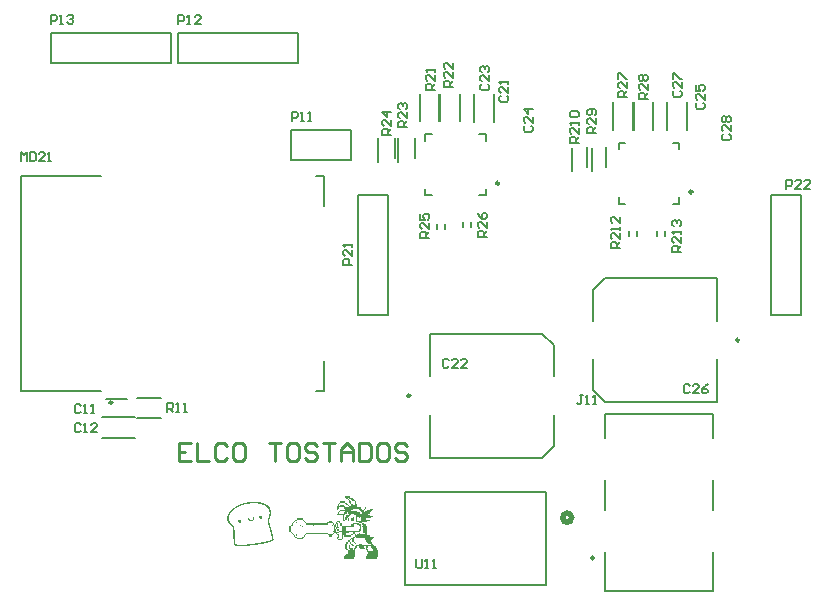
<source format=gbr>
%TF.GenerationSoftware,Altium Limited,Altium Designer,22.10.1 (41)*%
G04 Layer_Color=65535*
%FSLAX45Y45*%
%MOMM*%
%TF.SameCoordinates,C9E4A285-3493-4599-8121-F693CE24ADE7*%
%TF.FilePolarity,Positive*%
%TF.FileFunction,Legend,Top*%
%TF.Part,Single*%
G01*
G75*
%TA.AperFunction,NonConductor*%
%ADD43C,0.25400*%
%ADD44C,0.25000*%
%ADD45C,0.50800*%
%ADD46C,0.20000*%
%ADD47C,0.15240*%
%ADD48C,0.12700*%
G36*
X2721000Y810920D02*
X2710600D01*
Y818200D01*
Y819240D01*
Y821320D01*
X2721000D01*
Y810920D01*
D02*
G37*
G36*
X2803160Y862920D02*
X2823960D01*
Y852520D01*
X2834360D01*
Y842120D01*
X2844760D01*
Y831720D01*
X2855160D01*
Y810920D01*
X2865560D01*
Y780760D01*
X2895720D01*
Y770360D01*
X2906120D01*
Y759960D01*
X2916520D01*
Y739160D01*
X2926920D01*
Y749560D01*
X2946680D01*
Y758920D01*
X2947720D01*
Y759960D01*
X2967480D01*
Y770360D01*
X2998680D01*
Y759960D01*
X2989320D01*
Y758920D01*
X2988280D01*
Y749560D01*
X2978920D01*
Y748520D01*
X2977880D01*
Y739160D01*
X2968520D01*
Y738120D01*
X2967480D01*
Y728760D01*
X2958120D01*
Y718360D01*
X2967480D01*
Y709000D01*
X2968520D01*
Y707960D01*
X2998680D01*
Y697560D01*
X2977880D01*
Y687160D01*
X2937320D01*
Y677800D01*
X2967480D01*
Y666360D01*
X2947720D01*
Y657000D01*
X2946680D01*
Y655960D01*
X2912360D01*
Y657000D01*
X2911320D01*
Y655960D01*
X2906120D01*
Y646600D01*
X2916520D01*
Y636200D01*
X2937320D01*
Y625800D01*
X2947720D01*
Y543640D01*
X2967480D01*
Y533240D01*
X3009080D01*
Y522840D01*
X2998680D01*
Y512440D01*
X2988280D01*
Y502040D01*
X2977880D01*
Y491640D01*
X2988280D01*
Y471880D01*
X2998680D01*
Y461480D01*
X3009080D01*
Y451080D01*
X3011160D01*
Y450040D01*
X3012200D01*
Y451080D01*
X3014280D01*
Y450040D01*
X3015320D01*
Y451080D01*
X3018440D01*
Y450040D01*
X3019480D01*
Y440680D01*
X3029880D01*
Y419880D01*
X3040280D01*
Y357480D01*
X3029880D01*
Y347080D01*
X2937320D01*
Y367880D01*
X2946680D01*
Y388680D01*
X2957080D01*
Y399080D01*
X2946680D01*
Y419880D01*
X2937320D01*
Y450040D01*
X2916520D01*
Y440680D01*
X2926920D01*
Y430280D01*
X2925880D01*
Y429240D01*
X2924840D01*
Y430280D01*
X2923800D01*
Y429240D01*
X2922760D01*
Y430280D01*
X2921720D01*
Y429240D01*
X2886360D01*
Y430280D01*
X2885320D01*
Y439640D01*
X2884280D01*
Y440680D01*
X2881160D01*
Y439640D01*
X2875960D01*
Y440680D01*
X2874920D01*
Y450040D01*
X2865560D01*
Y440680D01*
X2864520D01*
Y439640D01*
X2859320D01*
Y440680D01*
X2857240D01*
Y439640D01*
X2856200D01*
Y440680D01*
X2855160D01*
Y430280D01*
X2854120D01*
Y429240D01*
X2845800D01*
Y430280D01*
X2844760D01*
Y357480D01*
X2834360D01*
Y347080D01*
X2752200D01*
Y367880D01*
X2761560D01*
Y378280D01*
X2771960D01*
Y388680D01*
X2782360D01*
Y419880D01*
X2771960D01*
Y430280D01*
X2770920D01*
Y429240D01*
X2762600D01*
Y430280D01*
X2761560D01*
Y470840D01*
X2762600D01*
Y471880D01*
X2771960D01*
Y491640D01*
X2782360D01*
Y502040D01*
X2803160D01*
Y512440D01*
X2813560D01*
Y522840D01*
X2823960D01*
Y533240D01*
X2844760D01*
Y553000D01*
X2823960D01*
Y543640D01*
X2813560D01*
Y533240D01*
X2751160D01*
Y534280D01*
X2752200D01*
Y542600D01*
X2751160D01*
Y543640D01*
X2741800D01*
Y512440D01*
X2731400D01*
Y573800D01*
X2710600D01*
Y584200D01*
X2689800D01*
Y594600D01*
X2679400D01*
Y615400D01*
X2677320D01*
Y614360D01*
X2676280D01*
Y615400D01*
X2671080D01*
Y585240D01*
X2678360D01*
Y594600D01*
X2679400D01*
Y573800D01*
X2710600D01*
Y563400D01*
X2689800D01*
Y553000D01*
X2710600D01*
Y522840D01*
X2701240D01*
Y521800D01*
X2700200D01*
Y512440D01*
X2731400D01*
Y502040D01*
X2700200D01*
Y512440D01*
X2689800D01*
Y533240D01*
X2700200D01*
Y543640D01*
X2689800D01*
Y553000D01*
X2680440D01*
Y554040D01*
X2679400D01*
Y564440D01*
X2669000D01*
Y580040D01*
X2667960D01*
Y581080D01*
X2669000D01*
Y582120D01*
X2667960D01*
Y583160D01*
X2669000D01*
Y584200D01*
X2670040D01*
Y615400D01*
X2669000D01*
Y635160D01*
X2658600D01*
Y645560D01*
X2618040D01*
Y643480D01*
X2619080D01*
Y642440D01*
X2618040D01*
Y638280D01*
X2619080D01*
Y637240D01*
X2648200D01*
Y636200D01*
X2619080D01*
Y637240D01*
X2618040D01*
Y636200D01*
X2617000D01*
Y635160D01*
X2432920D01*
Y636200D01*
X2431880D01*
Y641400D01*
X2430840D01*
Y642440D01*
X2431880D01*
Y643480D01*
X2432920D01*
Y644520D01*
X2431880D01*
Y645560D01*
X2421480D01*
Y653880D01*
X2422520D01*
Y655960D01*
X2413160D01*
Y654920D01*
X2412120D01*
Y657000D01*
X2411080D01*
Y664280D01*
X2412120D01*
Y665320D01*
X2411080D01*
Y666360D01*
X2405880D01*
Y665320D01*
X2404840D01*
Y666360D01*
X2400680D01*
Y672600D01*
X2401720D01*
Y673640D01*
X2400680D01*
Y674680D01*
X2401720D01*
Y675720D01*
X2400680D01*
Y676760D01*
X2351800D01*
Y675720D01*
X2350760D01*
Y672600D01*
X2351800D01*
Y671560D01*
X2350760D01*
Y668440D01*
X2351800D01*
Y666360D01*
X2345560D01*
Y664280D01*
X2344520D01*
Y666360D01*
X2340360D01*
Y676760D01*
X2350760D01*
Y687160D01*
X2401720D01*
Y676760D01*
X2412120D01*
Y666360D01*
X2422520D01*
Y655960D01*
X2432920D01*
Y645560D01*
X2607640D01*
Y655960D01*
X2628440D01*
Y666360D01*
X2648200D01*
Y657000D01*
X2649240D01*
Y655960D01*
X2658600D01*
Y645560D01*
X2669000D01*
Y636200D01*
X2670040D01*
Y635160D01*
X2678360D01*
Y636200D01*
X2679400D01*
Y615400D01*
X2689800D01*
Y636200D01*
X2679400D01*
Y655960D01*
X2680440D01*
Y657000D01*
X2689800D01*
Y666360D01*
X2690840D01*
Y667400D01*
X2691880D01*
Y666360D01*
X2695000D01*
Y667400D01*
X2696040D01*
Y666360D01*
X2718920D01*
Y667400D01*
X2719960D01*
Y666360D01*
X2721000D01*
Y646600D01*
X2731400D01*
Y625800D01*
X2813560D01*
Y636200D01*
X2823960D01*
Y646600D01*
X2874920D01*
Y655960D01*
X2855160D01*
Y657000D01*
X2854120D01*
Y718360D01*
X2833320D01*
Y721480D01*
X2834360D01*
Y722520D01*
X2833320D01*
Y724600D01*
X2834360D01*
Y725640D01*
X2833320D01*
Y726680D01*
X2834360D01*
Y727720D01*
X2833320D01*
Y728760D01*
X2813560D01*
Y718360D01*
X2803160D01*
Y707960D01*
X2792760D01*
Y697560D01*
X2782360D01*
Y687160D01*
X2792760D01*
Y666360D01*
X2782360D01*
Y677800D01*
Y678840D01*
Y687160D01*
X2773000D01*
Y677800D01*
X2771960D01*
Y676760D01*
X2762600D01*
Y667400D01*
X2761560D01*
Y666360D01*
X2741800D01*
Y717320D01*
X2740760D01*
Y718360D01*
X2689800D01*
Y728760D01*
X2700200D01*
Y739160D01*
X2710600D01*
Y749560D01*
X2721000D01*
Y759960D01*
X2761560D01*
Y770360D01*
X2760520D01*
Y769320D01*
X2752200D01*
Y770360D01*
X2751160D01*
Y771400D01*
X2752200D01*
Y779720D01*
X2751160D01*
Y780760D01*
X2749080D01*
Y779720D01*
X2748040D01*
Y780760D01*
X2711640D01*
Y779720D01*
X2710600D01*
Y769320D01*
X2702280D01*
Y770360D01*
X2701240D01*
Y769320D01*
X2700200D01*
Y759960D01*
X2689800D01*
Y790120D01*
X2690840D01*
Y791160D01*
X2693960D01*
Y790120D01*
X2695000D01*
Y791160D01*
X2700200D01*
Y810920D01*
X2710600D01*
Y791160D01*
X2711640D01*
Y790120D01*
X2719960D01*
Y791160D01*
X2721000D01*
Y800520D01*
X2752200D01*
Y791160D01*
X2761560D01*
Y790120D01*
X2762600D01*
Y780760D01*
X2792760D01*
Y790120D01*
X2782360D01*
Y800520D01*
X2771960D01*
Y810920D01*
X2761560D01*
Y821320D01*
X2721000D01*
Y831720D01*
X2762600D01*
Y821320D01*
X2773000D01*
Y810920D01*
X2782360D01*
Y801560D01*
X2783400D01*
Y800520D01*
X2792760D01*
Y791160D01*
X2793800D01*
Y790120D01*
X2794840D01*
Y791160D01*
X2813560D01*
Y810920D01*
X2803160D01*
Y821320D01*
X2792760D01*
Y842120D01*
X2782360D01*
Y852520D01*
X2771960D01*
Y862920D01*
X2761560D01*
Y872280D01*
X2762600D01*
Y873320D01*
X2803160D01*
Y862920D01*
D02*
G37*
G36*
X2937320Y770360D02*
X2936280D01*
Y769320D01*
X2929000D01*
Y770360D01*
X2927960D01*
Y769320D01*
X2926920D01*
Y759960D01*
X2916520D01*
Y770360D01*
X2926920D01*
Y780760D01*
X2937320D01*
Y770360D01*
D02*
G37*
G36*
X2399640Y674680D02*
X2398600D01*
Y675720D01*
X2399640D01*
Y674680D01*
D02*
G37*
G36*
X2397560D02*
X2396520D01*
Y675720D01*
X2397560D01*
Y674680D01*
D02*
G37*
G36*
X2354920D02*
X2352840D01*
Y675720D01*
X2354920D01*
Y674680D01*
D02*
G37*
G36*
X2398600Y672600D02*
X2396520D01*
Y673640D01*
X2398600D01*
Y672600D01*
D02*
G37*
G36*
X2354920D02*
X2353880D01*
Y669480D01*
X2354920D01*
Y668440D01*
X2352840D01*
Y671560D01*
Y672600D01*
Y673640D01*
X2354920D01*
Y672600D01*
D02*
G37*
G36*
X2834360Y684040D02*
Y683000D01*
Y667400D01*
X2833320D01*
Y666360D01*
X2813560D01*
Y687160D01*
X2822920D01*
Y688200D01*
X2823960D01*
Y697560D01*
X2834360D01*
Y684040D01*
D02*
G37*
G36*
X2397560Y665320D02*
X2396520D01*
Y666360D01*
X2397560D01*
Y665320D01*
D02*
G37*
G36*
X2410040Y664280D02*
X2406920D01*
Y665320D01*
X2410040D01*
Y664280D01*
D02*
G37*
G36*
X2402760D02*
X2401720D01*
Y665320D01*
X2402760D01*
Y664280D01*
D02*
G37*
G36*
X2404840Y663240D02*
X2403800D01*
Y664280D01*
X2404840D01*
Y663240D01*
D02*
G37*
G36*
X2406920D02*
X2407960D01*
Y662200D01*
X2406920D01*
Y663240D01*
X2405880D01*
Y664280D01*
X2406920D01*
Y663240D01*
D02*
G37*
G36*
X2398600Y662200D02*
X2397560D01*
Y663240D01*
X2398600D01*
Y662200D01*
D02*
G37*
G36*
X2343480D02*
X2342440D01*
Y663240D01*
X2343480D01*
Y662200D01*
D02*
G37*
G36*
X2404840Y661160D02*
X2403800D01*
Y662200D01*
X2404840D01*
Y661160D01*
D02*
G37*
G36*
X2348680D02*
X2345560D01*
Y662200D01*
X2348680D01*
Y661160D01*
D02*
G37*
G36*
X2397560Y660120D02*
X2396520D01*
Y661160D01*
X2397560D01*
Y660120D01*
D02*
G37*
G36*
X2353880D02*
X2352840D01*
Y661160D01*
X2353880D01*
Y660120D01*
D02*
G37*
G36*
X2410040Y659080D02*
X2409000D01*
Y661160D01*
X2410040D01*
Y659080D01*
D02*
G37*
G36*
X2351800D02*
X2350760D01*
Y664280D01*
X2351800D01*
Y659080D01*
D02*
G37*
G36*
X2348680D02*
X2347640D01*
Y660120D01*
X2348680D01*
Y659080D01*
D02*
G37*
G36*
X2343480Y658040D02*
X2342440D01*
Y659080D01*
Y660120D01*
X2343480D01*
Y658040D01*
D02*
G37*
G36*
X2404840Y659080D02*
X2402760D01*
Y657000D01*
X2401720D01*
Y660120D01*
X2404840D01*
Y659080D01*
D02*
G37*
G36*
X2399640Y658040D02*
X2400680D01*
Y657000D01*
X2398600D01*
Y660120D01*
X2399640D01*
Y658040D01*
D02*
G37*
G36*
X2397560Y657000D02*
X2351800D01*
Y658040D01*
X2397560D01*
Y657000D01*
D02*
G37*
G36*
X2350760D02*
X2349720D01*
Y658040D01*
X2350760D01*
Y657000D01*
D02*
G37*
G36*
X2347640D02*
X2346600D01*
Y658040D01*
X2347640D01*
Y657000D01*
D02*
G37*
G36*
X2345560D02*
X2344520D01*
Y658040D01*
X2345560D01*
Y657000D01*
D02*
G37*
G36*
X2410040Y655960D02*
X2409000D01*
Y657000D01*
X2410040D01*
Y655960D01*
D02*
G37*
G36*
X2340360Y664280D02*
X2341400D01*
Y663240D01*
X2340360D01*
Y655960D01*
X2329960D01*
Y666360D01*
X2340360D01*
Y664280D01*
D02*
G37*
G36*
X2343480Y654920D02*
X2342440D01*
Y655960D01*
X2343480D01*
Y654920D01*
D02*
G37*
G36*
X2347640Y652840D02*
X2346600D01*
Y653880D01*
X2347640D01*
Y652840D01*
D02*
G37*
G36*
X2349720Y646600D02*
X2339320D01*
Y647640D01*
X2348680D01*
Y654920D01*
X2347640D01*
Y655960D01*
X2348680D01*
Y657000D01*
X2349720D01*
Y646600D01*
D02*
G37*
G36*
X2430840Y643480D02*
X2429800D01*
Y644520D01*
X2430840D01*
Y643480D01*
D02*
G37*
G36*
X2656520D02*
X2657560D01*
Y642440D01*
X2656520D01*
Y643480D01*
X2654440D01*
Y644520D01*
X2656520D01*
Y643480D01*
D02*
G37*
G36*
X2429800Y642440D02*
X2427720D01*
Y643480D01*
X2429800D01*
Y642440D01*
D02*
G37*
G36*
X2423560D02*
X2421480D01*
Y643480D01*
X2423560D01*
Y642440D01*
D02*
G37*
G36*
X2655480Y640360D02*
X2654440D01*
Y641400D01*
X2655480D01*
Y640360D01*
D02*
G37*
G36*
X2403800Y647640D02*
X2413160D01*
Y646600D01*
X2414200D01*
Y645560D01*
Y644520D01*
Y638280D01*
X2413160D01*
Y646600D01*
X2402760D01*
Y655960D01*
X2403800D01*
Y647640D01*
D02*
G37*
G36*
X2656520Y637240D02*
X2655480D01*
Y638280D01*
X2656520D01*
Y637240D01*
D02*
G37*
G36*
X2339320Y640360D02*
Y639320D01*
Y636200D01*
X2329960D01*
Y637240D01*
X2328920D01*
Y638280D01*
X2329960D01*
Y637240D01*
X2338280D01*
Y646600D01*
X2339320D01*
Y640360D01*
D02*
G37*
G36*
X2654440Y636200D02*
X2653400D01*
Y637240D01*
X2654440D01*
Y636200D01*
D02*
G37*
G36*
X2429800Y637240D02*
X2430840D01*
Y636200D01*
X2429800D01*
Y637240D01*
X2428760D01*
Y638280D01*
X2429800D01*
Y637240D01*
D02*
G37*
G36*
X2428760Y636200D02*
X2427720D01*
Y637240D01*
X2428760D01*
Y636200D01*
D02*
G37*
G36*
X2423560D02*
X2422520D01*
Y637240D01*
X2423560D01*
Y636200D01*
D02*
G37*
G36*
X2421480D02*
X2413160D01*
Y637240D01*
X2421480D01*
Y636200D01*
D02*
G37*
G36*
X2329960Y645560D02*
X2320600D01*
Y643480D01*
X2319560D01*
Y642440D01*
X2320600D01*
Y641400D01*
X2319560D01*
Y640360D01*
X2320600D01*
Y637240D01*
X2321640D01*
Y636200D01*
X2319560D01*
Y635160D01*
X2310200D01*
Y625800D01*
X2309160D01*
Y624760D01*
X2303960D01*
Y623720D01*
X2305000D01*
Y622680D01*
X2303960D01*
Y623720D01*
X2302920D01*
Y624760D01*
X2301880D01*
Y623720D01*
X2300840D01*
Y624760D01*
X2299800D01*
Y574840D01*
X2302920D01*
Y575880D01*
X2305000D01*
Y574840D01*
X2309160D01*
Y573800D01*
X2310200D01*
Y564440D01*
X2320600D01*
Y563400D01*
X2319560D01*
Y557160D01*
X2321640D01*
Y556120D01*
X2319560D01*
Y554040D01*
X2329960D01*
Y543640D01*
X2338280D01*
Y544680D01*
X2339320D01*
Y543640D01*
X2340360D01*
Y542600D01*
X2341400D01*
Y541560D01*
X2340360D01*
Y538440D01*
X2341400D01*
Y537400D01*
X2342440D01*
Y536360D01*
X2341400D01*
Y537400D01*
X2340360D01*
Y534280D01*
X2341400D01*
Y533240D01*
X2350760D01*
Y532200D01*
X2351800D01*
Y531160D01*
X2350760D01*
Y528040D01*
X2351800D01*
Y525960D01*
X2350760D01*
Y523880D01*
X2351800D01*
Y522840D01*
X2398600D01*
Y523880D01*
X2399640D01*
Y522840D01*
X2400680D01*
Y524920D01*
X2399640D01*
Y525960D01*
X2401720D01*
Y528040D01*
X2400680D01*
Y533240D01*
X2407960D01*
Y534280D01*
X2409000D01*
Y533240D01*
X2411080D01*
Y535320D01*
X2409000D01*
Y538440D01*
Y539480D01*
X2410040D01*
Y536360D01*
X2411080D01*
Y535320D01*
X2412120D01*
Y537400D01*
X2411080D01*
Y539480D01*
X2412120D01*
Y540520D01*
X2411080D01*
Y543640D01*
X2412120D01*
Y544680D01*
X2413160D01*
Y543640D01*
X2421480D01*
Y544680D01*
X2422520D01*
Y545720D01*
X2421480D01*
Y547800D01*
X2422520D01*
Y548840D01*
X2421480D01*
Y549880D01*
X2422520D01*
Y550920D01*
X2421480D01*
Y553000D01*
X2422520D01*
Y554040D01*
X2431880D01*
Y564440D01*
X2618040D01*
Y563400D01*
X2646120D01*
Y562360D01*
X2618040D01*
Y554040D01*
X2658600D01*
Y564440D01*
X2669000D01*
Y554040D01*
X2659640D01*
Y553000D01*
X2658600D01*
Y543640D01*
X2648200D01*
Y533240D01*
X2628440D01*
Y543640D01*
X2618040D01*
Y554040D01*
X2432920D01*
Y543640D01*
X2422520D01*
Y533240D01*
X2412120D01*
Y522840D01*
X2401720D01*
Y512440D01*
X2350760D01*
Y522840D01*
X2340360D01*
Y533240D01*
X2329960D01*
Y543640D01*
X2319560D01*
Y554040D01*
X2309160D01*
Y555080D01*
X2310200D01*
Y564440D01*
X2299800D01*
Y573800D01*
X2298760D01*
Y574840D01*
X2290440D01*
Y573800D01*
X2289400D01*
Y574840D01*
Y575880D01*
Y625800D01*
X2299800D01*
Y636200D01*
X2300840D01*
Y635160D01*
X2305000D01*
Y636200D01*
X2306040D01*
Y635160D01*
X2307080D01*
Y636200D01*
X2308120D01*
Y635160D01*
X2309160D01*
Y636200D01*
X2310200D01*
Y637240D01*
X2309160D01*
Y638280D01*
X2310200D01*
Y640360D01*
X2309160D01*
Y641400D01*
X2310200D01*
Y644520D01*
X2309160D01*
Y645560D01*
X2319560D01*
Y655960D01*
X2329960D01*
Y645560D01*
D02*
G37*
G36*
X2654440Y634120D02*
X2652360D01*
Y635160D01*
X2654440D01*
Y634120D01*
D02*
G37*
G36*
X2667960Y633080D02*
X2666920D01*
Y634120D01*
X2667960D01*
Y633080D01*
D02*
G37*
G36*
X2428760Y634120D02*
Y633080D01*
X2427720D01*
Y635160D01*
X2428760D01*
Y634120D01*
D02*
G37*
G36*
X2425640D02*
X2424600D01*
Y633080D01*
X2423560D01*
Y635160D01*
X2425640D01*
Y634120D01*
D02*
G37*
G36*
X2315400Y633080D02*
X2314360D01*
Y634120D01*
X2315400D01*
Y633080D01*
D02*
G37*
G36*
X2665880D02*
X2664840D01*
Y632040D01*
X2663800D01*
Y634120D01*
X2665880D01*
Y633080D01*
D02*
G37*
G36*
X2659640D02*
Y632040D01*
X2658600D01*
Y634120D01*
X2659640D01*
Y633080D01*
D02*
G37*
G36*
X2389240Y632040D02*
X2387160D01*
Y633080D01*
X2389240D01*
Y632040D01*
D02*
G37*
G36*
X2313320D02*
X2312280D01*
Y633080D01*
X2313320D01*
Y632040D01*
D02*
G37*
G36*
X2667960Y631000D02*
X2666920D01*
Y632040D01*
X2667960D01*
Y631000D01*
D02*
G37*
G36*
X2662760Y632040D02*
X2663800D01*
Y631000D01*
X2662760D01*
Y632040D01*
X2661720D01*
Y633080D01*
X2662760D01*
Y632040D01*
D02*
G37*
G36*
X2654440Y631000D02*
X2652360D01*
Y632040D01*
X2654440D01*
Y631000D01*
D02*
G37*
G36*
X2432920D02*
X2430840D01*
Y632040D01*
X2432920D01*
Y631000D01*
D02*
G37*
G36*
X2427720D02*
X2426680D01*
Y632040D01*
X2427720D01*
Y631000D01*
D02*
G37*
G36*
X2425640D02*
X2423560D01*
Y632040D01*
X2425640D01*
Y631000D01*
D02*
G37*
G36*
X2319560D02*
X2317480D01*
Y632040D01*
X2319560D01*
Y631000D01*
D02*
G37*
G36*
X2429800D02*
Y629960D01*
X2428760D01*
Y632040D01*
X2429800D01*
Y631000D01*
D02*
G37*
G36*
X2387160Y629960D02*
X2386120D01*
Y631000D01*
X2387160D01*
Y629960D01*
D02*
G37*
G36*
X2657560D02*
X2658600D01*
Y628920D01*
X2657560D01*
Y629960D01*
X2655480D01*
Y631000D01*
X2657560D01*
Y629960D01*
D02*
G37*
G36*
X2652360D02*
Y628920D01*
X2651320D01*
Y631000D01*
X2652360D01*
Y629960D01*
D02*
G37*
G36*
X2617000Y628920D02*
X2615960D01*
Y629960D01*
Y634120D01*
X2617000D01*
Y628920D01*
D02*
G37*
G36*
X2427720D02*
X2426680D01*
Y629960D01*
X2427720D01*
Y628920D01*
D02*
G37*
G36*
X2425640D02*
X2423560D01*
Y629960D01*
X2425640D01*
Y628920D01*
D02*
G37*
G36*
X2321640D02*
X2320600D01*
Y629960D01*
X2321640D01*
Y628920D01*
D02*
G37*
G36*
X2316440D02*
X2315400D01*
Y629960D01*
X2316440D01*
Y628920D01*
D02*
G37*
G36*
X2314360D02*
X2313320D01*
Y629960D01*
X2314360D01*
Y628920D01*
D02*
G37*
G36*
X2312280Y631000D02*
Y629960D01*
Y628920D01*
X2311240D01*
Y632040D01*
X2312280D01*
Y631000D01*
D02*
G37*
G36*
X2661720Y628920D02*
X2662760D01*
Y627880D01*
X2660680D01*
Y629960D01*
X2661720D01*
Y628920D01*
D02*
G37*
G36*
X2654440D02*
X2655480D01*
Y627880D01*
X2654440D01*
Y628920D01*
X2653400D01*
Y629960D01*
X2654440D01*
Y628920D01*
D02*
G37*
G36*
X2391320Y626840D02*
X2389240D01*
Y627880D01*
X2388200D01*
Y628920D01*
X2389240D01*
Y627880D01*
X2390280D01*
Y631000D01*
Y632040D01*
Y634120D01*
X2383000D01*
Y627880D01*
X2384040D01*
Y626840D01*
X2381960D01*
Y635160D01*
X2391320D01*
Y626840D01*
D02*
G37*
G36*
X2387160Y627880D02*
X2386120D01*
Y628920D01*
X2387160D01*
Y627880D01*
D02*
G37*
G36*
X2323720Y629960D02*
X2324760D01*
Y628920D01*
X2323720D01*
Y627880D01*
X2322680D01*
Y631000D01*
X2323720D01*
Y629960D01*
D02*
G37*
G36*
X2658600Y626840D02*
X2656520D01*
Y627880D01*
X2658600D01*
Y626840D01*
D02*
G37*
G36*
X2654440D02*
X2652360D01*
Y627880D01*
X2654440D01*
Y626840D01*
D02*
G37*
G36*
X2613880Y629960D02*
X2614920D01*
Y627880D01*
X2617000D01*
Y626840D01*
X2614920D01*
Y627880D01*
X2613880D01*
Y629960D01*
X2612840D01*
Y631000D01*
X2613880D01*
Y629960D01*
D02*
G37*
G36*
X2496360Y626840D02*
X2488040D01*
Y627880D01*
X2496360D01*
Y626840D01*
D02*
G37*
G36*
X2429800D02*
X2428760D01*
Y627880D01*
Y628920D01*
X2429800D01*
Y626840D01*
D02*
G37*
G36*
X2662760Y625800D02*
X2661720D01*
Y626840D01*
X2662760D01*
Y625800D01*
D02*
G37*
G36*
X2652360D02*
X2651320D01*
Y626840D01*
X2652360D01*
Y625800D01*
D02*
G37*
G36*
X2650280Y635160D02*
Y634120D01*
Y625800D01*
X2649240D01*
Y637240D01*
X2650280D01*
Y635160D01*
D02*
G37*
G36*
X2613880Y625800D02*
X2612840D01*
Y627880D01*
X2613880D01*
Y625800D01*
D02*
G37*
G36*
X2427720D02*
X2426680D01*
Y626840D01*
X2425640D01*
Y627880D01*
X2427720D01*
Y625800D01*
D02*
G37*
G36*
X2424600D02*
X2423560D01*
Y626840D01*
Y627880D01*
X2424600D01*
Y625800D01*
D02*
G37*
G36*
X2388200D02*
X2386120D01*
Y626840D01*
X2388200D01*
Y625800D01*
D02*
G37*
G36*
X2328920D02*
X2327880D01*
Y632040D01*
X2326840D01*
Y626840D01*
X2325800D01*
Y628920D01*
Y629960D01*
Y633080D01*
X2327880D01*
Y637240D01*
X2328920D01*
Y625800D01*
D02*
G37*
G36*
X2321640D02*
X2320600D01*
Y627880D01*
X2321640D01*
Y625800D01*
D02*
G37*
G36*
X2319560D02*
X2318520D01*
Y626840D01*
X2319560D01*
Y625800D01*
D02*
G37*
G36*
X2400680Y623720D02*
X2398600D01*
Y624760D01*
X2400680D01*
Y623720D01*
D02*
G37*
G36*
X2314360D02*
X2313320D01*
Y624760D01*
X2314360D01*
Y623720D01*
D02*
G37*
G36*
X2395480Y622680D02*
X2394440D01*
Y623720D01*
Y624760D01*
X2395480D01*
Y622680D01*
D02*
G37*
G36*
X2315400Y626840D02*
Y625800D01*
X2316440D01*
Y622680D01*
X2315400D01*
Y625800D01*
X2313320D01*
Y626840D01*
X2314360D01*
Y627880D01*
X2315400D01*
Y626840D01*
D02*
G37*
G36*
X2397560Y621640D02*
X2396520D01*
Y622680D01*
X2397560D01*
Y621640D01*
D02*
G37*
G36*
X2315400D02*
X2314360D01*
Y622680D01*
X2315400D01*
Y621640D01*
D02*
G37*
G36*
X2303960D02*
X2301880D01*
Y622680D01*
X2303960D01*
Y621640D01*
D02*
G37*
G36*
X2663800Y620600D02*
X2662760D01*
Y621640D01*
X2663800D01*
Y620600D01*
D02*
G37*
G36*
X2400680D02*
X2399640D01*
Y621640D01*
X2400680D01*
Y620600D01*
D02*
G37*
G36*
X2666920Y618520D02*
X2664840D01*
Y619560D01*
X2666920D01*
Y618520D01*
D02*
G37*
G36*
X2400680D02*
X2399640D01*
Y619560D01*
X2400680D01*
Y618520D01*
D02*
G37*
G36*
X2397560D02*
X2396520D01*
Y619560D01*
X2397560D01*
Y618520D01*
D02*
G37*
G36*
X2660680Y621640D02*
X2661720D01*
Y620600D01*
X2660680D01*
Y617480D01*
X2667960D01*
Y616440D01*
X2659640D01*
Y626840D01*
X2660680D01*
Y621640D01*
D02*
G37*
G36*
X2393400Y617480D02*
X2394440D01*
Y620600D01*
X2395480D01*
Y617480D01*
X2400680D01*
Y616440D01*
X2392360D01*
Y624760D01*
X2393400D01*
Y617480D01*
D02*
G37*
G36*
X2411080Y613320D02*
X2409000D01*
Y614360D01*
X2411080D01*
Y613320D01*
D02*
G37*
G36*
X2407960D02*
X2405880D01*
Y614360D01*
X2407960D01*
Y613320D01*
D02*
G37*
G36*
X2404840D02*
X2403800D01*
Y614360D01*
X2404840D01*
Y613320D01*
D02*
G37*
G36*
X2411080Y611240D02*
X2410040D01*
Y612280D01*
X2411080D01*
Y611240D01*
D02*
G37*
G36*
Y609160D02*
X2409000D01*
Y610200D01*
X2411080D01*
Y609160D01*
D02*
G37*
G36*
Y606040D02*
X2409000D01*
Y607080D01*
X2411080D01*
Y606040D01*
D02*
G37*
G36*
X2407960D02*
X2404840D01*
Y607080D01*
X2407960D01*
Y606040D01*
D02*
G37*
G36*
X2403800D02*
X2402760D01*
Y607080D01*
Y613320D01*
X2403800D01*
Y606040D01*
D02*
G37*
G36*
X2450600Y602920D02*
X2448520D01*
Y603960D01*
X2450600D01*
Y602920D01*
D02*
G37*
G36*
X2447480Y601880D02*
X2443320D01*
Y602920D01*
Y603960D01*
X2447480D01*
Y601880D01*
D02*
G37*
G36*
X2444360Y598760D02*
X2443320D01*
Y600840D01*
X2444360D01*
Y598760D01*
D02*
G37*
G36*
X2447480Y597720D02*
X2446440D01*
Y598760D01*
X2447480D01*
Y597720D01*
D02*
G37*
G36*
X2678360Y596680D02*
X2677320D01*
Y599800D01*
Y600840D01*
Y605000D01*
X2678360D01*
Y596680D01*
D02*
G37*
G36*
X2452680Y597720D02*
Y596680D01*
Y595640D01*
X2451640D01*
Y603960D01*
X2452680D01*
Y597720D01*
D02*
G37*
G36*
X2450600Y595640D02*
X2447480D01*
Y596680D01*
X2450600D01*
Y595640D01*
D02*
G37*
G36*
X2446440D02*
X2445400D01*
Y596680D01*
X2446440D01*
Y595640D01*
D02*
G37*
G36*
X2444360D02*
X2443320D01*
Y597720D01*
X2444360D01*
Y595640D01*
D02*
G37*
G36*
X2676280Y594600D02*
X2675240D01*
Y596680D01*
Y597720D01*
X2676280D01*
Y594600D01*
D02*
G37*
G36*
X2442280Y592520D02*
X2441240D01*
Y593560D01*
X2442280D01*
Y592520D01*
D02*
G37*
G36*
X2436040D02*
X2432920D01*
Y593560D01*
X2436040D01*
Y592520D01*
D02*
G37*
G36*
X2440200D02*
X2438120D01*
Y591480D01*
X2437080D01*
Y593560D01*
X2440200D01*
Y592520D01*
D02*
G37*
G36*
X2411080Y591480D02*
X2410040D01*
Y592520D01*
X2406920D01*
Y591480D01*
X2405880D01*
Y592520D01*
X2404840D01*
Y593560D01*
X2411080D01*
Y591480D01*
D02*
G37*
G36*
X2442280Y590440D02*
X2440200D01*
Y591480D01*
X2442280D01*
Y590440D01*
D02*
G37*
G36*
X2410040D02*
X2407960D01*
Y591480D01*
X2410040D01*
Y590440D01*
D02*
G37*
G36*
X2437080D02*
Y589400D01*
X2436040D01*
Y590440D01*
X2432920D01*
Y591480D01*
X2437080D01*
Y590440D01*
D02*
G37*
G36*
X2435000Y588360D02*
X2433960D01*
Y589400D01*
X2435000D01*
Y588360D01*
D02*
G37*
G36*
X2411080D02*
X2410040D01*
Y589400D01*
X2411080D01*
Y588360D01*
D02*
G37*
G36*
X2405880D02*
X2404840D01*
Y589400D01*
X2405880D01*
Y588360D01*
D02*
G37*
G36*
X2433960Y587320D02*
X2432920D01*
Y588360D01*
X2433960D01*
Y587320D01*
D02*
G37*
G36*
X2410040D02*
X2409000D01*
Y588360D01*
X2410040D01*
Y587320D01*
D02*
G37*
G36*
X2403800Y591480D02*
Y590440D01*
Y587320D01*
X2402760D01*
Y593560D01*
X2403800D01*
Y591480D01*
D02*
G37*
G36*
X2674200Y586280D02*
X2673160D01*
Y587320D01*
X2674200D01*
Y586280D01*
D02*
G37*
G36*
X2442280D02*
Y585240D01*
X2437080D01*
Y587320D01*
X2438120D01*
Y586280D01*
X2439160D01*
Y587320D01*
X2438120D01*
Y588360D01*
X2439160D01*
Y587320D01*
X2440200D01*
Y586280D01*
X2441240D01*
Y589400D01*
X2442280D01*
Y586280D01*
D02*
G37*
G36*
X2436040Y585240D02*
X2432920D01*
Y586280D01*
X2436040D01*
Y585240D01*
D02*
G37*
G36*
X2411080D02*
X2402760D01*
Y586280D01*
X2411080D01*
Y585240D01*
D02*
G37*
G36*
X2663800Y583160D02*
X2662760D01*
Y584200D01*
X2663800D01*
Y583160D01*
D02*
G37*
G36*
X2395480D02*
X2393400D01*
Y584200D01*
X2395480D01*
Y583160D01*
D02*
G37*
G36*
X2666920Y582120D02*
X2665880D01*
Y583160D01*
X2666920D01*
Y582120D01*
D02*
G37*
G36*
X2400680D02*
X2399640D01*
Y583160D01*
Y584200D01*
X2400680D01*
Y582120D01*
D02*
G37*
G36*
X2397560D02*
X2396520D01*
Y583160D01*
X2397560D01*
Y582120D01*
D02*
G37*
G36*
X2396520Y581080D02*
X2395480D01*
Y582120D01*
X2396520D01*
Y581080D01*
D02*
G37*
G36*
X2660680Y583160D02*
X2661720D01*
Y582120D01*
X2662760D01*
Y580040D01*
X2661720D01*
Y581080D01*
Y582120D01*
X2660680D01*
Y580040D01*
X2661720D01*
Y579000D01*
X2660680D01*
Y574840D01*
X2662760D01*
Y573800D01*
X2660680D01*
Y572760D01*
X2659640D01*
Y584200D01*
X2660680D01*
Y583160D01*
D02*
G37*
G36*
X2301880Y591480D02*
Y590440D01*
Y580040D01*
X2300840D01*
Y621640D01*
X2301880D01*
Y591480D01*
D02*
G37*
G36*
X2400680Y580040D02*
Y579000D01*
X2399640D01*
Y581080D01*
X2400680D01*
Y580040D01*
D02*
G37*
G36*
X2316440Y579000D02*
X2315400D01*
Y580040D01*
X2316440D01*
Y579000D01*
D02*
G37*
G36*
X2395480D02*
X2396520D01*
Y577960D01*
X2395480D01*
Y579000D01*
X2394440D01*
Y580040D01*
X2395480D01*
Y579000D01*
D02*
G37*
G36*
X2314360Y577960D02*
X2313320D01*
Y579000D01*
X2314360D01*
Y577960D01*
D02*
G37*
G36*
X2309160D02*
X2307080D01*
Y579000D01*
X2309160D01*
Y577960D01*
D02*
G37*
G36*
X2305000Y579000D02*
X2306040D01*
Y577960D01*
X2305000D01*
Y579000D01*
X2303960D01*
Y580040D01*
X2305000D01*
Y579000D01*
D02*
G37*
G36*
X2400680Y576920D02*
X2399640D01*
Y577960D01*
X2400680D01*
Y576920D01*
D02*
G37*
G36*
X2398600D02*
X2397560D01*
Y577960D01*
X2398600D01*
Y576920D01*
D02*
G37*
G36*
X2393400Y582120D02*
Y577960D01*
X2394440D01*
Y576920D01*
X2392360D01*
Y583160D01*
X2393400D01*
Y582120D01*
D02*
G37*
G36*
X2318520Y576920D02*
X2317480D01*
Y596680D01*
Y597720D01*
Y625800D01*
X2318520D01*
Y576920D01*
D02*
G37*
G36*
X2662760Y575880D02*
X2661720D01*
Y576920D01*
X2662760D01*
Y575880D01*
D02*
G37*
G36*
X2312280D02*
X2311240D01*
Y577960D01*
X2312280D01*
Y575880D01*
D02*
G37*
G36*
X2309160D02*
X2308120D01*
Y576920D01*
X2309160D01*
Y575880D01*
D02*
G37*
G36*
X2305000Y576920D02*
X2306040D01*
Y575880D01*
X2305000D01*
Y576920D01*
X2302920D01*
Y577960D01*
X2305000D01*
Y576920D01*
D02*
G37*
G36*
X2301880Y575880D02*
X2300840D01*
Y576920D01*
X2301880D01*
Y575880D01*
D02*
G37*
G36*
X2400680Y574840D02*
X2392360D01*
Y575880D01*
X2400680D01*
Y574840D01*
D02*
G37*
G36*
X2314360D02*
X2313320D01*
Y575880D01*
X2314360D01*
Y574840D01*
D02*
G37*
G36*
X2312280Y573800D02*
X2311240D01*
Y574840D01*
X2312280D01*
Y573800D01*
D02*
G37*
G36*
X2426680Y572760D02*
X2425640D01*
Y573800D01*
X2426680D01*
Y572760D01*
D02*
G37*
G36*
X2384040D02*
X2383000D01*
Y573800D01*
X2384040D01*
Y572760D01*
D02*
G37*
G36*
X2659640Y571720D02*
X2657560D01*
Y572760D01*
X2659640D01*
Y571720D01*
D02*
G37*
G36*
X2654440D02*
X2653400D01*
Y572760D01*
X2654440D01*
Y571720D01*
D02*
G37*
G36*
X2389240D02*
X2385080D01*
Y572760D01*
X2389240D01*
Y571720D01*
D02*
G37*
G36*
X2314360D02*
X2312280D01*
Y572760D01*
X2313320D01*
Y573800D01*
X2314360D01*
Y571720D01*
D02*
G37*
G36*
X2613880D02*
X2432920D01*
Y570680D01*
X2429800D01*
Y572760D01*
X2613880D01*
Y571720D01*
D02*
G37*
G36*
X2663800Y569640D02*
X2662760D01*
Y570680D01*
X2663800D01*
Y569640D01*
D02*
G37*
G36*
X2654440D02*
X2653400D01*
Y570680D01*
X2654440D01*
Y569640D01*
D02*
G37*
G36*
X2428760Y570680D02*
X2429800D01*
Y569640D01*
X2428760D01*
Y570680D01*
X2427720D01*
Y572760D01*
X2428760D01*
Y570680D01*
D02*
G37*
G36*
X2388200Y569640D02*
X2386120D01*
Y570680D01*
X2388200D01*
Y569640D01*
D02*
G37*
G36*
X2667960Y568600D02*
X2666920D01*
Y569640D01*
X2667960D01*
Y568600D01*
D02*
G37*
G36*
X2665880D02*
X2664840D01*
Y569640D01*
X2665880D01*
Y568600D01*
D02*
G37*
G36*
X2613880Y567560D02*
X2612840D01*
Y568600D01*
X2613880D01*
Y567560D01*
D02*
G37*
G36*
X2385080D02*
X2384040D01*
Y568600D01*
X2385080D01*
Y567560D01*
D02*
G37*
G36*
X2667960Y566520D02*
X2666920D01*
Y567560D01*
X2667960D01*
Y566520D01*
D02*
G37*
G36*
X2663800D02*
X2662760D01*
Y567560D01*
X2663800D01*
Y566520D01*
D02*
G37*
G36*
X2313320Y567560D02*
X2315400D01*
Y566520D01*
X2313320D01*
Y567560D01*
X2312280D01*
Y568600D01*
X2313320D01*
Y567560D01*
D02*
G37*
G36*
X2617000Y571720D02*
Y570680D01*
Y565480D01*
X2614920D01*
Y566520D01*
X2615960D01*
Y572760D01*
X2617000D01*
Y571720D01*
D02*
G37*
G36*
X2613880Y565480D02*
X2612840D01*
Y566520D01*
X2613880D01*
Y565480D01*
D02*
G37*
G36*
X2428760D02*
X2427720D01*
Y566520D01*
Y567560D01*
X2428760D01*
Y565480D01*
D02*
G37*
G36*
X2424600Y569640D02*
X2425640D01*
Y568600D01*
X2424600D01*
Y565480D01*
X2423560D01*
Y572760D01*
X2424600D01*
Y569640D01*
D02*
G37*
G36*
X2391320Y571720D02*
Y564440D01*
X2381960D01*
Y572760D01*
X2383000D01*
Y565480D01*
X2390280D01*
Y572760D01*
X2391320D01*
Y571720D01*
D02*
G37*
G36*
X2651320D02*
X2650280D01*
Y569640D01*
Y568600D01*
Y563400D01*
X2649240D01*
Y572760D01*
X2651320D01*
Y571720D01*
D02*
G37*
G36*
X2328920Y563400D02*
X2327880D01*
Y565480D01*
Y566520D01*
Y571720D01*
X2326840D01*
Y569640D01*
X2325800D01*
Y571720D01*
X2319560D01*
Y572760D01*
X2327880D01*
Y573800D01*
X2328920D01*
Y563400D01*
D02*
G37*
G36*
X2326840D02*
X2325800D01*
Y568600D01*
X2326840D01*
Y563400D01*
D02*
G37*
G36*
X2337240Y562360D02*
X2329960D01*
Y563400D01*
X2337240D01*
Y562360D01*
D02*
G37*
G36*
X2421480D02*
X2414200D01*
Y561320D01*
X2413160D01*
Y563400D01*
X2421480D01*
Y562360D01*
D02*
G37*
G36*
X2430840Y559240D02*
X2429800D01*
Y560280D01*
X2430840D01*
Y559240D01*
D02*
G37*
G36*
X2414200Y555080D02*
X2413160D01*
Y556120D01*
Y557160D01*
Y560280D01*
X2414200D01*
Y555080D01*
D02*
G37*
G36*
X2339320D02*
Y554040D01*
X2338280D01*
Y563400D01*
X2339320D01*
Y555080D01*
D02*
G37*
G36*
X2413160Y551960D02*
X2412120D01*
Y553000D01*
X2413160D01*
Y551960D01*
D02*
G37*
G36*
X2347640D02*
X2341400D01*
Y553000D01*
X2347640D01*
Y551960D01*
D02*
G37*
G36*
X2340360D02*
X2338280D01*
Y553000D01*
X2340360D01*
Y551960D01*
D02*
G37*
G36*
X2411080D02*
X2410040D01*
Y550920D01*
X2409000D01*
Y553000D01*
X2411080D01*
Y551960D01*
D02*
G37*
G36*
X2412120Y549880D02*
X2411080D01*
Y550920D01*
X2412120D01*
Y549880D01*
D02*
G37*
G36*
X2339320D02*
X2338280D01*
Y550920D01*
X2339320D01*
Y549880D01*
D02*
G37*
G36*
X2406920Y548840D02*
X2404840D01*
Y549880D01*
X2406920D01*
Y548840D01*
D02*
G37*
G36*
X2344520D02*
X2342440D01*
Y549880D01*
X2344520D01*
Y548840D01*
D02*
G37*
G36*
X2341400D02*
X2340360D01*
Y550920D01*
X2341400D01*
Y548840D01*
D02*
G37*
G36*
X2413160Y547800D02*
X2412120D01*
Y548840D01*
X2413160D01*
Y547800D01*
D02*
G37*
G36*
X2411080D02*
X2410040D01*
Y548840D01*
X2411080D01*
Y547800D01*
D02*
G37*
G36*
X2340360D02*
X2338280D01*
Y548840D01*
X2340360D01*
Y547800D01*
D02*
G37*
G36*
X2406920Y546760D02*
X2405880D01*
Y547800D01*
X2406920D01*
Y546760D01*
D02*
G37*
G36*
X2347640D02*
X2346600D01*
Y547800D01*
X2347640D01*
Y546760D01*
D02*
G37*
G36*
X2343480D02*
X2342440D01*
Y547800D01*
X2343480D01*
Y546760D01*
D02*
G37*
G36*
X2341400Y545720D02*
X2340360D01*
Y546760D01*
X2341400D01*
Y545720D01*
D02*
G37*
G36*
X2405880Y544680D02*
X2404840D01*
Y545720D01*
X2405880D01*
Y544680D01*
D02*
G37*
G36*
X2349720Y551960D02*
Y544680D01*
X2348680D01*
Y549880D01*
X2347640D01*
Y550920D01*
X2348680D01*
Y553000D01*
X2349720D01*
Y551960D01*
D02*
G37*
G36*
X2344520Y544680D02*
X2343480D01*
Y545720D01*
X2344520D01*
Y544680D01*
D02*
G37*
G36*
X2407960Y551960D02*
X2403800D01*
Y544680D01*
Y543640D01*
X2404840D01*
Y542600D01*
X2402760D01*
Y553000D01*
X2407960D01*
Y551960D01*
D02*
G37*
G36*
X2349720Y542600D02*
X2347640D01*
Y543640D01*
X2349720D01*
Y542600D01*
D02*
G37*
G36*
X2401720Y540520D02*
X2400680D01*
Y541560D01*
X2350760D01*
Y542600D01*
X2401720D01*
Y540520D01*
D02*
G37*
G36*
X2348680D02*
X2347640D01*
Y541560D01*
X2348680D01*
Y540520D01*
D02*
G37*
G36*
X2398600Y539480D02*
X2397560D01*
Y540520D01*
X2398600D01*
Y539480D01*
D02*
G37*
G36*
X2350760D02*
X2349720D01*
Y540520D01*
X2350760D01*
Y539480D01*
D02*
G37*
G36*
X2343480Y540520D02*
Y539480D01*
X2342440D01*
Y541560D01*
X2343480D01*
Y540520D01*
D02*
G37*
G36*
X2403800Y538440D02*
X2402760D01*
Y539480D01*
X2403800D01*
Y538440D01*
D02*
G37*
G36*
X2401720D02*
X2402760D01*
Y537400D01*
X2401720D01*
Y538440D01*
X2400680D01*
Y539480D01*
X2401720D01*
Y538440D01*
D02*
G37*
G36*
X2345560D02*
X2346600D01*
Y537400D01*
X2345560D01*
Y538440D01*
X2344520D01*
Y541560D01*
X2345560D01*
Y538440D01*
D02*
G37*
G36*
X2406920Y535320D02*
X2405880D01*
Y536360D01*
X2406920D01*
Y535320D01*
D02*
G37*
G36*
X2404840D02*
X2403800D01*
Y536360D01*
X2404840D01*
Y535320D01*
D02*
G37*
G36*
X2348680D02*
X2346600D01*
Y536360D01*
X2348680D01*
Y535320D01*
D02*
G37*
G36*
X2344520Y534280D02*
X2342440D01*
Y535320D01*
X2344520D01*
Y534280D01*
D02*
G37*
G36*
X2398600Y531160D02*
Y530120D01*
X2397560D01*
Y532200D01*
X2398600D01*
Y531160D01*
D02*
G37*
G36*
X2397560Y529080D02*
X2396520D01*
Y530120D01*
X2397560D01*
Y529080D01*
D02*
G37*
G36*
X2353880Y530120D02*
Y529080D01*
X2354920D01*
Y528040D01*
X2353880D01*
Y529080D01*
X2351800D01*
Y530120D01*
X2352840D01*
Y535320D01*
X2353880D01*
Y530120D01*
D02*
G37*
G36*
X2400680Y527000D02*
X2398600D01*
Y528040D01*
X2400680D01*
Y527000D01*
D02*
G37*
G36*
X2353880Y523880D02*
X2352840D01*
Y524920D01*
Y525960D01*
X2353880D01*
Y523880D01*
D02*
G37*
G36*
X2013500Y826050D02*
X2025400D01*
Y824860D01*
X2036110D01*
Y823670D01*
X2042060D01*
Y822480D01*
X2048010D01*
Y821290D01*
X2052770D01*
Y820100D01*
X2057530D01*
Y818910D01*
X2062290D01*
Y817720D01*
X2065860D01*
Y816530D01*
X2069430D01*
Y815340D01*
X2071810D01*
Y814150D01*
X2075380D01*
Y812960D01*
X2077760D01*
Y811770D01*
X2080140D01*
Y810580D01*
X2082520D01*
Y809390D01*
X2084900D01*
Y808200D01*
X2087280D01*
Y807010D01*
X2089660D01*
Y805820D01*
X2092040D01*
Y804630D01*
X2093230D01*
Y803440D01*
X2095610D01*
Y802250D01*
X2097990D01*
Y801060D01*
X2099180D01*
Y799870D01*
X2100370D01*
Y798680D01*
X2102750D01*
Y797490D01*
X2103940D01*
Y796300D01*
X2105130D01*
Y795110D01*
X2106320D01*
Y793920D01*
X2107510D01*
Y792730D01*
X2108700D01*
Y791540D01*
X2111080D01*
Y790350D01*
X2112270D01*
Y787970D01*
X2114650D01*
Y785590D01*
X2115840D01*
Y784400D01*
X2117030D01*
Y783210D01*
X2118220D01*
Y782020D01*
X2119410D01*
Y780830D01*
X2120600D01*
Y778450D01*
X2121790D01*
Y776070D01*
X2122980D01*
Y774880D01*
X2124170D01*
Y772500D01*
X2125360D01*
Y770120D01*
X2126550D01*
Y767740D01*
X2127740D01*
Y765360D01*
X2128930D01*
Y761790D01*
X2130120D01*
Y757030D01*
X2131310D01*
Y749890D01*
X2132500D01*
Y740370D01*
X2133690D01*
Y733230D01*
X2132500D01*
Y720140D01*
X2131310D01*
Y715380D01*
X2130120D01*
Y710620D01*
X2128930D01*
Y707050D01*
X2127740D01*
Y703480D01*
X2126550D01*
Y699910D01*
X2125360D01*
Y697530D01*
X2124170D01*
Y693960D01*
X2122980D01*
Y691580D01*
X2121790D01*
Y688010D01*
X2120600D01*
Y684440D01*
X2119410D01*
Y682060D01*
X2118220D01*
Y678490D01*
X2117030D01*
Y661830D01*
X2118220D01*
Y657070D01*
X2119410D01*
Y652310D01*
X2120600D01*
Y647550D01*
X2121790D01*
Y642790D01*
X2122980D01*
Y638030D01*
X2124170D01*
Y633270D01*
X2125360D01*
Y629700D01*
X2126550D01*
Y624940D01*
X2127740D01*
Y621370D01*
X2128930D01*
Y616610D01*
X2130120D01*
Y613040D01*
X2131310D01*
Y608280D01*
X2132500D01*
Y603520D01*
X2133690D01*
Y599950D01*
X2134880D01*
Y595190D01*
X2136070D01*
Y591620D01*
X2137260D01*
Y586860D01*
X2138450D01*
Y582100D01*
X2139640D01*
Y578530D01*
X2140830D01*
Y573770D01*
X2142020D01*
Y569010D01*
X2143210D01*
Y564250D01*
X2144400D01*
Y560680D01*
X2145590D01*
Y554730D01*
X2146780D01*
Y551160D01*
X2147970D01*
Y545210D01*
X2149160D01*
Y540450D01*
X2150350D01*
Y535690D01*
X2151540D01*
Y529740D01*
X2152730D01*
Y523790D01*
X2153920D01*
Y513080D01*
X2155110D01*
Y504750D01*
X2153920D01*
Y501180D01*
X2152730D01*
Y499990D01*
X2151540D01*
Y498800D01*
X2150350D01*
Y497610D01*
X2147970D01*
Y496420D01*
X2145590D01*
Y495230D01*
X2143210D01*
Y494040D01*
X2140830D01*
Y492850D01*
X2137260D01*
Y491660D01*
X2134880D01*
Y490470D01*
X2130120D01*
Y489280D01*
X2126550D01*
Y488090D01*
X2122980D01*
Y486900D01*
X2118220D01*
Y485710D01*
X2113460D01*
Y484520D01*
X2108700D01*
Y483330D01*
X2105130D01*
Y482140D01*
X2099180D01*
Y480950D01*
X2094420D01*
Y479760D01*
X2088470D01*
Y478570D01*
X2082520D01*
Y477380D01*
X2077760D01*
Y476190D01*
X2070620D01*
Y475000D01*
X2065860D01*
Y473810D01*
X2058720D01*
Y472620D01*
X2052770D01*
Y471430D01*
X2045630D01*
Y470240D01*
X2038490D01*
Y469050D01*
X2032540D01*
Y467860D01*
X2024210D01*
Y466670D01*
X2018260D01*
Y465480D01*
X2017070D01*
Y466670D01*
X2015880D01*
Y465480D01*
X2009930D01*
Y464290D01*
X2001600D01*
Y463100D01*
X1993270D01*
Y461910D01*
X1983750D01*
Y460720D01*
X1975420D01*
Y459530D01*
X1967090D01*
Y458340D01*
X1956380D01*
Y457150D01*
X1945670D01*
Y455960D01*
X1933770D01*
Y454770D01*
X1920680D01*
Y453580D01*
X1906400D01*
Y452390D01*
X1879030D01*
Y451200D01*
X1862370D01*
Y452390D01*
X1845710D01*
Y453580D01*
X1837380D01*
Y454770D01*
X1832620D01*
Y455960D01*
X1829050D01*
Y457150D01*
X1826670D01*
Y458340D01*
X1824290D01*
Y459530D01*
X1823100D01*
Y460720D01*
X1821910D01*
Y461910D01*
X1820720D01*
Y467860D01*
X1819530D01*
Y476190D01*
X1818340D01*
Y485710D01*
X1817150D01*
Y498800D01*
X1815960D01*
Y516650D01*
X1814770D01*
Y538070D01*
X1813580D01*
Y559490D01*
X1812390D01*
Y580910D01*
X1811200D01*
Y597570D01*
X1810010D01*
Y610660D01*
X1808820D01*
Y615420D01*
X1807630D01*
Y618990D01*
X1806440D01*
Y620180D01*
X1805250D01*
Y621370D01*
X1804060D01*
Y622560D01*
X1802870D01*
Y623750D01*
X1801680D01*
Y624940D01*
X1799300D01*
Y626130D01*
X1798110D01*
Y627320D01*
X1796920D01*
Y628510D01*
X1794540D01*
Y629700D01*
X1792160D01*
Y630890D01*
X1790970D01*
Y632080D01*
X1789780D01*
Y633270D01*
X1787400D01*
Y634460D01*
X1786210D01*
Y635650D01*
X1785020D01*
Y636840D01*
X1782640D01*
Y639220D01*
X1780260D01*
Y640410D01*
X1779070D01*
Y641600D01*
X1777880D01*
Y643980D01*
X1776690D01*
Y645170D01*
X1775500D01*
Y646360D01*
X1774310D01*
Y647550D01*
X1773120D01*
Y649930D01*
X1771930D01*
Y652310D01*
X1770740D01*
Y653500D01*
X1769550D01*
Y655880D01*
X1768360D01*
Y658260D01*
X1767170D01*
Y661830D01*
X1765980D01*
Y665400D01*
X1764790D01*
Y670160D01*
X1763600D01*
Y673730D01*
X1762410D01*
Y682060D01*
X1761220D01*
Y697530D01*
X1762410D01*
Y703480D01*
X1763600D01*
Y708240D01*
X1764790D01*
Y710620D01*
X1765980D01*
Y715380D01*
X1767170D01*
Y717760D01*
X1768360D01*
Y720140D01*
X1769550D01*
Y721330D01*
X1770740D01*
Y723710D01*
X1771930D01*
Y726090D01*
X1773120D01*
Y728470D01*
X1774310D01*
Y729660D01*
X1775500D01*
Y732040D01*
X1776690D01*
Y733230D01*
X1777880D01*
Y735610D01*
X1779070D01*
Y736800D01*
X1780260D01*
Y739180D01*
X1781450D01*
Y740370D01*
X1782640D01*
Y741560D01*
X1783830D01*
Y742750D01*
X1785020D01*
Y745130D01*
X1786210D01*
Y746320D01*
X1787400D01*
Y747510D01*
X1788590D01*
Y748700D01*
X1789780D01*
Y749890D01*
X1790970D01*
Y751080D01*
X1792160D01*
Y753460D01*
X1794540D01*
Y754650D01*
X1795730D01*
Y757030D01*
X1796920D01*
Y758220D01*
X1799300D01*
Y759410D01*
X1800490D01*
Y760600D01*
X1801680D01*
Y761790D01*
X1802870D01*
Y762980D01*
X1804060D01*
Y764170D01*
X1805250D01*
Y765360D01*
X1806440D01*
Y766550D01*
X1807630D01*
Y767740D01*
X1810010D01*
Y768930D01*
X1811200D01*
Y770120D01*
X1812390D01*
Y771310D01*
X1813580D01*
Y772500D01*
X1814770D01*
Y773690D01*
X1817150D01*
Y774880D01*
X1818340D01*
Y776070D01*
X1820720D01*
Y777260D01*
X1821910D01*
Y778450D01*
X1824290D01*
Y779640D01*
X1825480D01*
Y780830D01*
X1826670D01*
Y782020D01*
X1829050D01*
Y783210D01*
X1831430D01*
Y784400D01*
X1832620D01*
Y785590D01*
X1835000D01*
Y786780D01*
X1836190D01*
Y787970D01*
X1838570D01*
Y789160D01*
X1840950D01*
Y790350D01*
X1843330D01*
Y791540D01*
X1844520D01*
Y792730D01*
X1846900D01*
Y793920D01*
X1849280D01*
Y795110D01*
X1851660D01*
Y796300D01*
X1854040D01*
Y797490D01*
X1856420D01*
Y798680D01*
X1859990D01*
Y799870D01*
X1861180D01*
Y801060D01*
X1864750D01*
Y802250D01*
X1868320D01*
Y803440D01*
X1870700D01*
Y804630D01*
X1873080D01*
Y805820D01*
X1875460D01*
Y807010D01*
X1879030D01*
Y808200D01*
X1882600D01*
Y809390D01*
X1886170D01*
Y810580D01*
X1889740D01*
Y811770D01*
X1893310D01*
Y812960D01*
X1896880D01*
Y814150D01*
X1900450D01*
Y815340D01*
X1906400D01*
Y816530D01*
X1911160D01*
Y817720D01*
X1915920D01*
Y818910D01*
X1921870D01*
Y820100D01*
X1926630D01*
Y821290D01*
X1933770D01*
Y822480D01*
X1943290D01*
Y823670D01*
X1949240D01*
Y824860D01*
X1962330D01*
Y826050D01*
X1976610D01*
Y827240D01*
X2013500D01*
Y826050D01*
D02*
G37*
%LPC*%
G36*
X2792760Y861880D02*
X2783400D01*
Y854600D01*
X2782360D01*
Y853560D01*
X2783400D01*
Y852520D01*
X2792760D01*
Y855640D01*
Y856680D01*
Y861880D01*
D02*
G37*
G36*
X2803160Y852520D02*
X2793800D01*
Y851480D01*
X2792760D01*
Y842120D01*
X2803160D01*
Y831720D01*
X2813560D01*
Y827560D01*
Y826520D01*
Y810920D01*
X2823960D01*
Y801560D01*
X2843720D01*
Y831720D01*
X2822920D01*
Y841080D01*
X2813560D01*
Y842120D01*
X2812520D01*
Y851480D01*
X2803160D01*
Y852520D01*
D02*
G37*
G36*
X2722040Y749560D02*
X2721000D01*
Y739160D01*
X2719960D01*
Y738120D01*
X2718920D01*
Y739160D01*
X2717880D01*
Y738120D01*
X2710600D01*
Y728760D01*
X2751160D01*
Y739160D01*
X2761560D01*
Y748520D01*
X2722040D01*
Y749560D01*
D02*
G37*
G36*
X2874920Y769320D02*
X2823960D01*
Y758920D01*
X2813560D01*
Y749560D01*
X2865560D01*
Y739160D01*
X2885320D01*
Y728760D01*
X2905080D01*
Y737080D01*
X2906120D01*
Y738120D01*
X2895720D01*
Y743320D01*
Y744360D01*
Y748520D01*
X2885320D01*
Y758920D01*
X2875960D01*
Y759960D01*
X2874920D01*
Y769320D01*
D02*
G37*
G36*
X2782360Y738120D02*
X2773000D01*
Y728760D01*
X2771960D01*
Y727720D01*
X2762600D01*
Y718360D01*
X2761560D01*
Y717320D01*
X2760520D01*
Y718360D01*
X2759480D01*
Y717320D01*
X2758440D01*
Y718360D01*
X2752200D01*
Y676760D01*
X2759480D01*
Y677800D01*
X2760520D01*
Y676760D01*
X2761560D01*
Y683000D01*
Y684040D01*
Y697560D01*
X2762600D01*
Y698600D01*
X2771960D01*
Y718360D01*
X2792760D01*
Y727720D01*
X2782360D01*
Y738120D01*
D02*
G37*
G36*
X2895720Y697560D02*
X2885320D01*
Y687160D01*
X2875960D01*
Y688200D01*
X2874920D01*
Y697560D01*
X2864520D01*
Y696520D01*
X2865560D01*
Y671560D01*
Y670520D01*
Y668440D01*
X2864520D01*
Y667400D01*
X2865560D01*
Y666360D01*
X2895720D01*
Y697560D01*
D02*
G37*
G36*
X2865560Y636200D02*
X2834360D01*
Y615400D01*
X2771960D01*
Y584200D01*
X2874920D01*
Y594600D01*
X2885320D01*
Y625800D01*
X2874920D01*
Y635160D01*
X2865560D01*
Y636200D01*
D02*
G37*
G36*
X2710600Y655960D02*
X2689800D01*
Y646600D01*
X2700200D01*
Y615400D01*
X2710600D01*
Y605000D01*
X2689800D01*
Y594600D01*
X2710600D01*
Y584200D01*
X2731400D01*
Y625800D01*
X2721000D01*
Y645560D01*
X2710600D01*
Y655960D01*
D02*
G37*
G36*
X2905080Y645560D02*
X2875960D01*
Y636200D01*
X2895720D01*
Y584200D01*
X2885320D01*
Y573800D01*
X2844760D01*
Y554040D01*
X2854120D01*
Y553000D01*
X2855160D01*
Y543640D01*
X2864520D01*
Y554040D01*
X2874920D01*
Y564440D01*
X2885320D01*
Y554040D01*
X2925880D01*
Y563400D01*
X2916520D01*
Y564440D01*
X2915480D01*
Y565480D01*
X2916520D01*
Y566520D01*
X2915480D01*
Y613320D01*
X2916520D01*
Y614360D01*
X2915480D01*
Y615400D01*
X2905080D01*
Y617480D01*
X2906120D01*
Y619560D01*
X2905080D01*
Y624760D01*
X2906120D01*
Y625800D01*
X2915480D01*
Y632040D01*
X2916520D01*
Y633080D01*
X2915480D01*
Y634120D01*
X2916520D01*
Y635160D01*
X2906120D01*
Y636200D01*
X2905080D01*
Y638280D01*
X2906120D01*
Y639320D01*
X2905080D01*
Y642440D01*
X2906120D01*
Y644520D01*
X2905080D01*
Y645560D01*
D02*
G37*
G36*
X2823960Y573800D02*
X2792760D01*
Y563400D01*
X2771960D01*
Y543640D01*
X2813560D01*
Y551960D01*
X2812520D01*
Y553000D01*
X2822920D01*
Y554040D01*
X2823960D01*
Y573800D01*
D02*
G37*
G36*
X2854120Y532200D02*
X2844760D01*
Y521800D01*
X2834360D01*
Y491640D01*
X2844760D01*
Y481240D01*
X2855160D01*
Y471880D01*
X2854120D01*
Y470840D01*
X2843720D01*
Y481240D01*
X2833320D01*
Y491640D01*
X2822920D01*
Y507240D01*
Y508280D01*
Y511400D01*
X2813560D01*
Y501000D01*
X2803160D01*
Y491640D01*
X2813560D01*
Y471880D01*
X2823960D01*
Y461480D01*
X2834360D01*
Y458360D01*
Y457320D01*
Y450040D01*
X2822920D01*
Y460440D01*
X2812520D01*
Y470840D01*
X2803160D01*
Y491640D01*
X2783400D01*
Y490600D01*
X2782360D01*
Y481240D01*
X2783400D01*
Y471880D01*
X2782360D01*
Y470840D01*
X2773000D01*
Y430280D01*
X2782360D01*
Y429240D01*
X2783400D01*
Y428200D01*
X2782360D01*
Y419880D01*
X2803160D01*
Y429240D01*
X2792760D01*
Y461480D01*
X2803160D01*
Y440680D01*
X2823960D01*
Y419880D01*
X2833320D01*
Y440680D01*
X2843720D01*
Y450040D01*
X2844760D01*
Y451080D01*
X2854120D01*
Y461480D01*
X2874920D01*
Y471880D01*
X2906120D01*
Y461480D01*
X2977880D01*
Y470840D01*
X2957080D01*
Y481240D01*
X2946680D01*
Y491640D01*
X2936280D01*
Y501000D01*
X2926920D01*
Y502040D01*
X2925880D01*
Y521800D01*
X2855160D01*
Y522840D01*
X2854120D01*
Y532200D01*
D02*
G37*
G36*
X2977880Y450040D02*
X2958120D01*
Y439640D01*
X2947720D01*
Y434440D01*
Y433400D01*
Y430280D01*
X2958120D01*
Y409480D01*
X2997640D01*
Y411560D01*
X2998680D01*
Y412600D01*
X2997640D01*
Y426120D01*
X2998680D01*
Y427160D01*
X2997640D01*
Y428200D01*
X2998680D01*
Y429240D01*
X2988280D01*
Y439640D01*
X2977880D01*
Y450040D01*
D02*
G37*
G36*
X1996840Y816530D02*
X1995650D01*
Y815340D01*
X1965900D01*
Y814150D01*
X1955190D01*
Y812960D01*
X1944480D01*
Y811770D01*
X1937340D01*
Y810580D01*
X1930200D01*
Y809390D01*
X1924250D01*
Y808200D01*
X1918300D01*
Y807010D01*
X1913540D01*
Y805820D01*
X1908780D01*
Y804630D01*
X1904020D01*
Y803440D01*
X1900450D01*
Y802250D01*
X1895690D01*
Y801060D01*
X1892120D01*
Y799870D01*
X1888550D01*
Y798680D01*
X1884980D01*
Y797490D01*
X1881410D01*
Y796300D01*
X1879030D01*
Y795110D01*
X1875460D01*
Y793920D01*
X1873080D01*
Y792730D01*
X1869510D01*
Y791540D01*
X1867130D01*
Y790350D01*
X1864750D01*
Y789160D01*
X1862370D01*
Y787970D01*
X1858800D01*
Y786780D01*
X1856420D01*
Y785590D01*
X1854040D01*
Y784400D01*
X1851660D01*
Y783210D01*
X1849280D01*
Y782020D01*
X1848090D01*
Y780830D01*
X1845710D01*
Y779640D01*
X1843330D01*
Y778450D01*
X1840950D01*
Y777260D01*
X1839760D01*
Y776070D01*
X1837380D01*
Y774880D01*
X1835000D01*
Y773690D01*
X1833810D01*
Y772500D01*
X1831430D01*
Y771310D01*
X1830240D01*
Y770120D01*
X1827860D01*
Y768930D01*
X1826670D01*
Y767740D01*
X1824290D01*
Y766550D01*
X1823100D01*
Y765360D01*
X1821910D01*
Y764170D01*
X1820720D01*
Y762980D01*
X1818340D01*
Y761790D01*
X1817150D01*
Y760600D01*
X1815960D01*
Y759410D01*
X1814770D01*
Y758220D01*
X1812390D01*
Y757030D01*
X1811200D01*
Y755840D01*
X1810010D01*
Y754650D01*
X1808820D01*
Y753460D01*
X1807630D01*
Y752270D01*
X1806440D01*
Y751080D01*
X1805250D01*
Y749890D01*
X1804060D01*
Y748700D01*
X1802870D01*
Y747510D01*
X1801680D01*
Y746320D01*
X1800490D01*
Y745130D01*
X1799300D01*
Y743940D01*
X1798110D01*
Y742750D01*
X1796920D01*
Y741560D01*
X1795730D01*
Y739180D01*
X1794540D01*
Y737990D01*
X1793350D01*
Y736800D01*
X1792160D01*
Y735610D01*
X1790970D01*
Y733230D01*
X1789780D01*
Y732040D01*
X1788590D01*
Y729660D01*
X1787400D01*
Y728470D01*
X1786210D01*
Y726090D01*
X1785020D01*
Y723710D01*
X1783830D01*
Y721330D01*
X1782640D01*
Y718950D01*
X1781450D01*
Y716570D01*
X1780260D01*
Y714190D01*
X1779070D01*
Y710620D01*
X1777880D01*
Y707050D01*
X1776690D01*
Y701100D01*
X1775500D01*
Y685630D01*
X1776690D01*
Y679680D01*
X1777880D01*
Y673730D01*
X1779070D01*
Y670160D01*
X1780260D01*
Y666590D01*
X1781450D01*
Y663020D01*
X1782640D01*
Y660640D01*
X1783830D01*
Y658260D01*
X1785020D01*
Y655880D01*
X1786210D01*
Y653500D01*
X1787400D01*
Y651120D01*
X1788590D01*
Y649930D01*
X1789780D01*
Y648740D01*
X1790970D01*
Y647550D01*
X1792160D01*
Y645170D01*
X1793350D01*
Y643980D01*
X1794540D01*
Y642790D01*
X1795730D01*
Y641600D01*
X1796920D01*
Y640410D01*
X1798110D01*
Y639220D01*
X1799300D01*
Y638030D01*
X1801680D01*
Y636840D01*
X1802870D01*
Y635650D01*
X1804060D01*
Y634460D01*
X1805250D01*
Y633270D01*
X1806440D01*
Y632080D01*
X1808820D01*
Y630890D01*
X1810010D01*
Y629700D01*
X1812390D01*
Y628510D01*
X1813580D01*
Y627320D01*
X1814770D01*
Y626130D01*
X1815960D01*
Y624940D01*
X1817150D01*
Y623750D01*
X1818340D01*
Y621370D01*
X1819530D01*
Y618990D01*
X1820720D01*
Y614230D01*
X1821910D01*
Y603520D01*
X1823100D01*
Y585670D01*
X1824290D01*
Y565440D01*
X1825480D01*
Y542830D01*
X1826670D01*
Y521410D01*
X1827860D01*
Y504750D01*
X1829050D01*
Y490470D01*
X1830240D01*
Y480950D01*
X1831430D01*
Y473810D01*
X1832620D01*
Y471430D01*
X1833810D01*
Y470240D01*
X1836190D01*
Y469050D01*
X1839760D01*
Y467860D01*
X1843330D01*
Y466670D01*
X1850470D01*
Y465480D01*
X1862370D01*
Y464290D01*
X1893310D01*
Y465480D01*
X1915920D01*
Y466670D01*
X1930200D01*
Y467860D01*
X1942100D01*
Y469050D01*
X1955190D01*
Y470240D01*
X1964710D01*
Y471430D01*
X1974230D01*
Y472620D01*
X1983750D01*
Y473810D01*
X1990890D01*
Y475000D01*
X2000410D01*
Y476190D01*
X2008740D01*
Y477380D01*
X2015880D01*
Y478570D01*
X2023020D01*
Y479760D01*
X2028970D01*
Y480950D01*
X2036110D01*
Y482140D01*
X2043250D01*
Y483330D01*
X2049200D01*
Y484520D01*
X2056340D01*
Y485710D01*
X2062290D01*
Y486900D01*
X2067050D01*
Y488090D01*
X2073000D01*
Y489280D01*
X2078950D01*
Y490470D01*
X2083710D01*
Y491660D01*
X2089660D01*
Y492850D01*
X2094420D01*
Y494040D01*
X2099180D01*
Y495230D01*
X2103940D01*
Y496420D01*
X2107510D01*
Y497610D01*
X2112270D01*
Y498800D01*
X2117030D01*
Y499990D01*
X2120600D01*
Y501180D01*
X2124170D01*
Y502370D01*
X2127740D01*
Y503560D01*
X2130120D01*
Y504750D01*
X2132500D01*
Y505940D01*
X2136070D01*
Y507130D01*
X2137260D01*
Y508320D01*
X2138450D01*
Y509510D01*
X2139640D01*
Y510700D01*
X2140830D01*
Y523790D01*
X2139640D01*
Y530930D01*
X2138450D01*
Y536880D01*
X2137260D01*
Y542830D01*
X2136070D01*
Y548780D01*
X2134880D01*
Y552350D01*
X2133690D01*
Y558300D01*
X2132500D01*
Y563060D01*
X2131310D01*
Y566630D01*
X2130120D01*
Y571390D01*
X2128930D01*
Y576150D01*
X2127740D01*
Y579720D01*
X2126550D01*
Y584480D01*
X2125360D01*
Y589240D01*
X2124170D01*
Y592810D01*
X2122980D01*
Y597570D01*
X2121790D01*
Y602330D01*
X2120600D01*
Y605900D01*
X2119410D01*
Y609470D01*
X2118220D01*
Y614230D01*
X2117030D01*
Y617800D01*
X2115840D01*
Y622560D01*
X2114650D01*
Y627320D01*
X2113460D01*
Y632080D01*
X2112270D01*
Y635650D01*
X2111080D01*
Y640410D01*
X2109890D01*
Y645170D01*
X2108700D01*
Y649930D01*
X2107510D01*
Y654690D01*
X2106320D01*
Y659450D01*
X2105130D01*
Y666590D01*
X2103940D01*
Y672540D01*
X2105130D01*
Y678490D01*
X2106320D01*
Y682060D01*
X2107510D01*
Y685630D01*
X2108700D01*
Y688010D01*
X2109890D01*
Y691580D01*
X2111080D01*
Y693960D01*
X2112270D01*
Y697530D01*
X2113460D01*
Y701100D01*
X2114650D01*
Y703480D01*
X2115840D01*
Y708240D01*
X2117030D01*
Y711810D01*
X2118220D01*
Y717760D01*
X2119410D01*
Y726090D01*
X2120600D01*
Y739180D01*
X2119410D01*
Y747510D01*
X2118220D01*
Y752270D01*
X2117030D01*
Y757030D01*
X2115840D01*
Y760600D01*
X2114650D01*
Y762980D01*
X2113460D01*
Y765360D01*
X2112270D01*
Y766550D01*
X2111080D01*
Y768930D01*
X2109890D01*
Y771310D01*
X2108700D01*
Y772500D01*
X2107510D01*
Y774880D01*
X2106320D01*
Y776070D01*
X2105130D01*
Y777260D01*
X2103940D01*
Y778450D01*
X2102750D01*
Y779640D01*
X2101560D01*
Y780830D01*
X2100370D01*
Y782020D01*
X2099180D01*
Y783210D01*
X2097990D01*
Y784400D01*
X2096800D01*
Y785590D01*
X2095610D01*
Y786780D01*
X2093230D01*
Y787970D01*
X2092040D01*
Y789160D01*
X2090850D01*
Y790350D01*
X2088470D01*
Y791540D01*
X2087280D01*
Y792730D01*
X2084900D01*
Y793920D01*
X2083710D01*
Y795110D01*
X2081330D01*
Y796300D01*
X2078950D01*
Y797490D01*
X2076570D01*
Y798680D01*
X2075380D01*
Y799870D01*
X2071810D01*
Y801060D01*
X2069430D01*
Y802250D01*
X2067050D01*
Y803440D01*
X2063480D01*
Y804630D01*
X2061100D01*
Y805820D01*
X2056340D01*
Y807010D01*
X2053960D01*
Y808200D01*
X2049200D01*
Y809390D01*
X2044440D01*
Y810580D01*
X2038490D01*
Y811770D01*
X2033730D01*
Y812960D01*
X2025400D01*
Y814150D01*
X2017070D01*
Y815340D01*
X1996840D01*
Y816530D01*
D02*
G37*
%LPD*%
G36*
X2050390Y710620D02*
X2053960D01*
Y709430D01*
X2056340D01*
Y708240D01*
X2057530D01*
Y707050D01*
X2058720D01*
Y704670D01*
X2059910D01*
Y701100D01*
X2061100D01*
Y695150D01*
X2059910D01*
Y692770D01*
X2058720D01*
Y690390D01*
X2057530D01*
Y688010D01*
X2056340D01*
Y686820D01*
X2053960D01*
Y685630D01*
X2051580D01*
Y684440D01*
X2044440D01*
Y685630D01*
X2040870D01*
Y686820D01*
X2039680D01*
Y688010D01*
X2038490D01*
Y689200D01*
X2037300D01*
Y690390D01*
X2036110D01*
Y691580D01*
X2034920D01*
Y696340D01*
X2033730D01*
Y701100D01*
X2034920D01*
Y704670D01*
X2036110D01*
Y707050D01*
X2037300D01*
Y708240D01*
X2039680D01*
Y709430D01*
X2040870D01*
Y710620D01*
X2043250D01*
Y711810D01*
X2050390D01*
Y710620D01*
D02*
G37*
G36*
X1987320Y698720D02*
X1988510D01*
Y697530D01*
X1989700D01*
Y682060D01*
X1988510D01*
Y678490D01*
X1987320D01*
Y676110D01*
X1986130D01*
Y673730D01*
X1984940D01*
Y672540D01*
X1983750D01*
Y671350D01*
X1982560D01*
Y668970D01*
X1980180D01*
Y667780D01*
X1978990D01*
Y666590D01*
X1977800D01*
Y665400D01*
X1975420D01*
Y664210D01*
X1971850D01*
Y663020D01*
X1956380D01*
Y664210D01*
X1952810D01*
Y665400D01*
X1950430D01*
Y666590D01*
X1949240D01*
Y667780D01*
X1948050D01*
Y668970D01*
X1946860D01*
Y670160D01*
X1945670D01*
Y671350D01*
X1944480D01*
Y672540D01*
X1943290D01*
Y673730D01*
X1942100D01*
Y674920D01*
X1940910D01*
Y677300D01*
X1939720D01*
Y678490D01*
X1938530D01*
Y680870D01*
X1937340D01*
Y683250D01*
Y684440D01*
X1936150D01*
Y689200D01*
X1937340D01*
Y690390D01*
X1938530D01*
Y691580D01*
X1943290D01*
Y690390D01*
X1944480D01*
Y689200D01*
X1945670D01*
Y686820D01*
X1946860D01*
Y684440D01*
X1948050D01*
Y682060D01*
X1949240D01*
Y679680D01*
X1950430D01*
Y678490D01*
X1951620D01*
Y677300D01*
X1952810D01*
Y676110D01*
X1954000D01*
Y674920D01*
X1956380D01*
Y673730D01*
X1959950D01*
Y672540D01*
X1969470D01*
Y673730D01*
X1971850D01*
Y674920D01*
X1974230D01*
Y676110D01*
X1975420D01*
Y677300D01*
X1976610D01*
Y678490D01*
X1977800D01*
Y680870D01*
X1978990D01*
Y684440D01*
X1980180D01*
Y697530D01*
X1981370D01*
Y698720D01*
X1982560D01*
Y699910D01*
X1987320D01*
Y698720D01*
D02*
G37*
G36*
X1871890Y673730D02*
X1875460D01*
Y672540D01*
X1876650D01*
Y671350D01*
X1877840D01*
Y670160D01*
X1879030D01*
Y668970D01*
X1880220D01*
Y666590D01*
X1881410D01*
Y658260D01*
X1880220D01*
Y655880D01*
X1879030D01*
Y653500D01*
X1877840D01*
Y652310D01*
X1876650D01*
Y651120D01*
X1875460D01*
Y649930D01*
X1871890D01*
Y648740D01*
X1868320D01*
Y649930D01*
X1863560D01*
Y651120D01*
X1861180D01*
Y652310D01*
X1859990D01*
Y653500D01*
X1858800D01*
Y654690D01*
X1857610D01*
Y655880D01*
X1856420D01*
Y658260D01*
X1855230D01*
Y667780D01*
X1856420D01*
Y670160D01*
X1857610D01*
Y671350D01*
X1858800D01*
Y672540D01*
X1859990D01*
Y673730D01*
X1863560D01*
Y674920D01*
X1871890D01*
Y673730D01*
D02*
G37*
D43*
X1455387Y1325831D02*
X1353820D01*
Y1173480D01*
X1455387D01*
X1353820Y1249655D02*
X1404603D01*
X1506171Y1325831D02*
Y1173480D01*
X1607738D01*
X1760089Y1300439D02*
X1734697Y1325831D01*
X1683913D01*
X1658521Y1300439D01*
Y1198872D01*
X1683913Y1173480D01*
X1734697D01*
X1760089Y1198872D01*
X1887048Y1325831D02*
X1836264D01*
X1810872Y1300439D01*
Y1198872D01*
X1836264Y1173480D01*
X1887048D01*
X1912439Y1198872D01*
Y1300439D01*
X1887048Y1325831D01*
X2115574D02*
X2217141D01*
X2166357D01*
Y1173480D01*
X2344100Y1325831D02*
X2293316D01*
X2267924Y1300439D01*
Y1198872D01*
X2293316Y1173480D01*
X2344100D01*
X2369492Y1198872D01*
Y1300439D01*
X2344100Y1325831D01*
X2521842Y1300439D02*
X2496450Y1325831D01*
X2445667D01*
X2420275Y1300439D01*
Y1275047D01*
X2445667Y1249655D01*
X2496450D01*
X2521842Y1224263D01*
Y1198872D01*
X2496450Y1173480D01*
X2445667D01*
X2420275Y1198872D01*
X2572626Y1325831D02*
X2674193D01*
X2623409D01*
Y1173480D01*
X2724977D02*
Y1275047D01*
X2775760Y1325831D01*
X2826544Y1275047D01*
Y1173480D01*
Y1249655D01*
X2724977D01*
X2877327Y1325831D02*
Y1173480D01*
X2953503D01*
X2978894Y1198872D01*
Y1300439D01*
X2953503Y1325831D01*
X2877327D01*
X3105853D02*
X3055070D01*
X3029678Y1300439D01*
Y1198872D01*
X3055070Y1173480D01*
X3105853D01*
X3131245Y1198872D01*
Y1300439D01*
X3105853Y1325831D01*
X3283596Y1300439D02*
X3258204Y1325831D01*
X3207421D01*
X3182029Y1300439D01*
Y1275047D01*
X3207421Y1249655D01*
X3258204D01*
X3283596Y1224263D01*
Y1198872D01*
X3258204Y1173480D01*
X3207421D01*
X3182029Y1198872D01*
D44*
X5701500Y3452500D02*
G03*
X5701500Y3452500I-12500J0D01*
G01*
X6097300Y2197100D02*
G03*
X6097300Y2197100I-12500J0D01*
G01*
X789600Y1669500D02*
G03*
X789600Y1669500I-12500J0D01*
G01*
X3313000Y1727200D02*
G03*
X3313000Y1727200I-12500J0D01*
G01*
X4063200Y3525500D02*
G03*
X4063200Y3525500I-12500J0D01*
G01*
X4867500Y352500D02*
G03*
X4867500Y352500I-12500J0D01*
G01*
D45*
X4678680Y693420D02*
G03*
X4678680Y693420I-38100J0D01*
G01*
D46*
X4807000Y3661500D02*
Y3831500D01*
X4972000Y3661500D02*
Y3831500D01*
X5591500Y3352500D02*
Y3407500D01*
Y3812500D02*
Y3867500D01*
X5076500D02*
X5131500D01*
X5536500D02*
X5591500D01*
X5076500Y3352500D02*
Y3407500D01*
Y3812500D02*
Y3867500D01*
Y3352500D02*
X5131500D01*
X5536500D02*
X5591500D01*
X5470600Y3081340D02*
Y3121340D01*
X5400600Y3081340D02*
Y3121340D01*
X700133Y1546027D02*
X981347D01*
X700133Y1364813D02*
X981347D01*
X738000Y1545560D02*
X913000D01*
X738400Y1702460D02*
X913400D01*
X996673Y1708060D02*
X1197887D01*
X996673Y1538060D02*
X1197887D01*
X4859800Y2360600D02*
Y2622100D01*
Y1772100D02*
Y2033600D01*
Y2622100D02*
X4959800Y2722100D01*
X4859800Y1772100D02*
X4959800Y1672100D01*
Y2722100D02*
X5909800D01*
X4959800Y1672100D02*
X5909800D01*
Y2034600D01*
Y2359600D02*
Y2722100D01*
X20600Y1769500D02*
Y3584500D01*
X2510600D02*
X2585600D01*
X20600D02*
X694600D01*
X2585600Y1769500D02*
Y2023000D01*
Y3331000D02*
Y3584500D01*
X2510600Y1769500D02*
X2585600D01*
X20600D02*
X694600D01*
X4847500Y3625573D02*
Y3826787D01*
X4677500Y3625573D02*
Y3826787D01*
X5164380Y3078800D02*
Y3118800D01*
X5234380Y3078800D02*
Y3118800D01*
X5195093Y3978356D02*
Y4210604D01*
X5371307Y3978356D02*
Y4210604D01*
X2870200Y3429000D02*
X3124200D01*
Y2413000D02*
Y3429000D01*
X2870200Y2413000D02*
Y3429000D01*
Y2413000D02*
X3124200D01*
X3606240Y3139760D02*
Y3179760D01*
X3536240Y3139760D02*
Y3179760D01*
X3759760Y3155000D02*
Y3195000D01*
X3829760Y3155000D02*
Y3195000D01*
X3475500Y1202200D02*
Y1564700D01*
Y1889700D02*
Y2252200D01*
X4425500D01*
X3475500Y1202200D02*
X4425500D01*
Y2252200D02*
X4525500Y2152200D01*
X4425500Y1202200D02*
X4525500Y1302200D01*
Y1890700D02*
Y2152200D01*
Y1302200D02*
Y1563700D01*
X3898200Y3425500D02*
X3953200D01*
X3438200D02*
X3493200D01*
X3438200Y3885500D02*
Y3940500D01*
Y3425500D02*
Y3480500D01*
X3898200Y3940500D02*
X3953200D01*
X3438200D02*
X3493200D01*
X3953200Y3885500D02*
Y3940500D01*
Y3425500D02*
Y3480500D01*
X2359000Y4543000D02*
Y4797000D01*
X1343000Y4543000D02*
X2359000D01*
X1343000Y4797000D02*
X2359000D01*
X1343000Y4543000D02*
Y4797000D01*
X4965000Y70000D02*
X5875000D01*
Y1367500D02*
Y1570000D01*
Y757500D02*
Y1012500D01*
Y70000D02*
Y402500D01*
X4965000Y1570000D02*
X5875000D01*
X4965000Y1367500D02*
Y1570000D01*
Y757500D02*
Y1012500D01*
Y70000D02*
Y402500D01*
X3041740Y3704313D02*
Y3905527D01*
X3211740Y3704313D02*
Y3905527D01*
X5206207Y3978356D02*
Y4210604D01*
X5029993Y3978356D02*
Y4210604D01*
X3733007Y4049476D02*
Y4281724D01*
X3556793Y4049476D02*
Y4281724D01*
X3567907Y4049476D02*
Y4281724D01*
X3391693Y4049476D02*
Y4281724D01*
X3183940Y3735160D02*
Y3905160D01*
X3348940Y3735160D02*
Y3905160D01*
X266700Y4546600D02*
Y4800600D01*
X1282700D01*
X266700Y4546600D02*
X1282700D01*
Y4800600D01*
X2814320Y3726180D02*
Y3980180D01*
X2306320Y3726180D02*
X2814320D01*
X2306320D02*
Y3980180D01*
X2814320D01*
X4025147Y4042453D02*
Y4283667D01*
X3853933Y4042453D02*
Y4283667D01*
X6362700Y3429000D02*
X6616700D01*
Y2413000D02*
Y3429000D01*
X6362700Y2413000D02*
Y3429000D01*
Y2413000D02*
X6616700D01*
X5658367Y3973873D02*
Y4215087D01*
X5487153Y3973873D02*
Y4215087D01*
D47*
X4462780Y121920D02*
Y909320D01*
X3268980Y121920D02*
X4462780D01*
X3268980D02*
Y909320D01*
X4462780D01*
D48*
X3288088Y3998433D02*
X3211912D01*
Y4036521D01*
X3224608Y4049216D01*
X3250000D01*
X3262696Y4036521D01*
Y3998433D01*
Y4023825D02*
X3288088Y4049216D01*
Y4125392D02*
Y4074608D01*
X3237304Y4125392D01*
X3224608D01*
X3211912Y4112696D01*
Y4087304D01*
X3224608Y4074608D01*
Y4150784D02*
X3211912Y4163480D01*
Y4188871D01*
X3224608Y4201567D01*
X3237304D01*
X3250000Y4188871D01*
Y4176176D01*
Y4188871D01*
X3262696Y4201567D01*
X3275392D01*
X3288088Y4188871D01*
Y4163480D01*
X3275392Y4150784D01*
X5608307Y2945173D02*
X5532132D01*
Y2983261D01*
X5544828Y2995957D01*
X5570219D01*
X5582915Y2983261D01*
Y2945173D01*
Y2970565D02*
X5608307Y2995957D01*
Y3072132D02*
Y3021349D01*
X5557524Y3072132D01*
X5544828D01*
X5532132Y3059437D01*
Y3034045D01*
X5544828Y3021349D01*
X5608307Y3097524D02*
Y3122916D01*
Y3110220D01*
X5532132D01*
X5544828Y3097524D01*
Y3161004D02*
X5532132Y3173700D01*
Y3199091D01*
X5544828Y3211787D01*
X5557524D01*
X5570219Y3199091D01*
Y3186395D01*
Y3199091D01*
X5582915Y3211787D01*
X5595611D01*
X5608307Y3199091D01*
Y3173700D01*
X5595611Y3161004D01*
X521984Y1480812D02*
X509289Y1493508D01*
X483897D01*
X471201Y1480812D01*
Y1430028D01*
X483897Y1417332D01*
X509289D01*
X521984Y1430028D01*
X547376Y1417332D02*
X572768D01*
X560072D01*
Y1493508D01*
X547376Y1480812D01*
X661639Y1417332D02*
X610856D01*
X661639Y1468116D01*
Y1480812D01*
X648944Y1493508D01*
X623552D01*
X610856Y1480812D01*
X521980Y1640832D02*
X509284Y1653528D01*
X483893D01*
X471197Y1640832D01*
Y1590048D01*
X483893Y1577352D01*
X509284D01*
X521980Y1590048D01*
X547372Y1577352D02*
X572764D01*
X560068D01*
Y1653528D01*
X547372Y1640832D01*
X610851Y1577352D02*
X636243D01*
X623547D01*
Y1653528D01*
X610851Y1640832D01*
X1253517Y1590052D02*
Y1666228D01*
X1291604D01*
X1304300Y1653532D01*
Y1628140D01*
X1291604Y1615444D01*
X1253517D01*
X1278909D02*
X1304300Y1590052D01*
X1329692D02*
X1355084D01*
X1342388D01*
Y1666228D01*
X1329692Y1653532D01*
X1393171Y1590052D02*
X1418563D01*
X1405867D01*
Y1666228D01*
X1393171Y1653532D01*
X3361717Y342888D02*
Y279408D01*
X3374413Y266712D01*
X3399804D01*
X3412500Y279408D01*
Y342888D01*
X3437892Y266712D02*
X3463284D01*
X3450588D01*
Y342888D01*
X3437892Y330192D01*
X3501371Y266712D02*
X3526763D01*
X3514067D01*
Y342888D01*
X3501371Y330192D01*
X5676917Y1811012D02*
X5664221Y1823708D01*
X5638829D01*
X5626133Y1811012D01*
Y1760228D01*
X5638829Y1747532D01*
X5664221D01*
X5676917Y1760228D01*
X5753092Y1747532D02*
X5702308D01*
X5753092Y1798316D01*
Y1811012D01*
X5740396Y1823708D01*
X5715004D01*
X5702308Y1811012D01*
X5829267Y1823708D02*
X5803876Y1811012D01*
X5778484Y1785620D01*
Y1760228D01*
X5791180Y1747532D01*
X5816572D01*
X5829267Y1760228D01*
Y1772924D01*
X5816572Y1785620D01*
X5778484D01*
X12700Y3710940D02*
Y3787115D01*
X38092Y3761723D01*
X63483Y3787115D01*
Y3710940D01*
X88875Y3787115D02*
Y3710940D01*
X126963D01*
X139659Y3723636D01*
Y3774419D01*
X126963Y3787115D01*
X88875D01*
X215834Y3710940D02*
X165051D01*
X215834Y3761723D01*
Y3774419D01*
X203139Y3787115D01*
X177747D01*
X165051Y3774419D01*
X241226Y3710940D02*
X266618D01*
X253922D01*
Y3787115D01*
X241226Y3774419D01*
X4738087Y3866693D02*
X4661912D01*
Y3904781D01*
X4674608Y3917477D01*
X4699999D01*
X4712695Y3904781D01*
Y3866693D01*
Y3892085D02*
X4738087Y3917477D01*
Y3993652D02*
Y3942869D01*
X4687304Y3993652D01*
X4674608D01*
X4661912Y3980956D01*
Y3955565D01*
X4674608Y3942869D01*
X4738087Y4019044D02*
Y4044436D01*
Y4031740D01*
X4661912D01*
X4674608Y4019044D01*
Y4082523D02*
X4661912Y4095219D01*
Y4120611D01*
X4674608Y4133307D01*
X4725391D01*
X4738087Y4120611D01*
Y4095219D01*
X4725391Y4082523D01*
X4674608D01*
X5087607Y2973113D02*
X5011432D01*
Y3011201D01*
X5024128Y3023897D01*
X5049519D01*
X5062215Y3011201D01*
Y2973113D01*
Y2998505D02*
X5087607Y3023897D01*
Y3100072D02*
Y3049289D01*
X5036824Y3100072D01*
X5024128D01*
X5011432Y3087377D01*
Y3061985D01*
X5024128Y3049289D01*
X5087607Y3125464D02*
Y3150856D01*
Y3138160D01*
X5011432D01*
X5024128Y3125464D01*
X5087607Y3239727D02*
Y3188944D01*
X5036824Y3239727D01*
X5024128D01*
X5011432Y3227031D01*
Y3201640D01*
X5024128Y3188944D01*
X5321288Y4241833D02*
X5245112D01*
Y4279921D01*
X5257808Y4292617D01*
X5283200D01*
X5295896Y4279921D01*
Y4241833D01*
Y4267225D02*
X5321288Y4292617D01*
Y4368792D02*
Y4318008D01*
X5270504Y4368792D01*
X5257808D01*
X5245112Y4356096D01*
Y4330704D01*
X5257808Y4318008D01*
Y4394184D02*
X5245112Y4406880D01*
Y4432272D01*
X5257808Y4444967D01*
X5270504D01*
X5283200Y4432272D01*
X5295896Y4444967D01*
X5308592D01*
X5321288Y4432272D01*
Y4406880D01*
X5308592Y4394184D01*
X5295896D01*
X5283200Y4406880D01*
X5270504Y4394184D01*
X5257808D01*
X5283200Y4406880D02*
Y4432272D01*
X2819387Y2837209D02*
X2743212D01*
Y2875297D01*
X2755908Y2887992D01*
X2781299D01*
X2793995Y2875297D01*
Y2837209D01*
X2819387Y2964168D02*
Y2913384D01*
X2768604Y2964168D01*
X2755908D01*
X2743212Y2951472D01*
Y2926080D01*
X2755908Y2913384D01*
X2819387Y2989560D02*
Y3014952D01*
Y3002256D01*
X2743212D01*
X2755908Y2989560D01*
X3472168Y3063273D02*
X3395992D01*
Y3101361D01*
X3408688Y3114057D01*
X3434080D01*
X3446776Y3101361D01*
Y3063273D01*
Y3088665D02*
X3472168Y3114057D01*
Y3190232D02*
Y3139448D01*
X3421384Y3190232D01*
X3408688D01*
X3395992Y3177536D01*
Y3152144D01*
X3408688Y3139448D01*
X3395992Y3266407D02*
Y3215624D01*
X3434080D01*
X3421384Y3241016D01*
Y3253712D01*
X3434080Y3266407D01*
X3459472D01*
X3472168Y3253712D01*
Y3228320D01*
X3459472Y3215624D01*
X3959848Y3070893D02*
X3883672D01*
Y3108981D01*
X3896368Y3121677D01*
X3921760D01*
X3934456Y3108981D01*
Y3070893D01*
Y3096285D02*
X3959848Y3121677D01*
Y3197852D02*
Y3147068D01*
X3909064Y3197852D01*
X3896368D01*
X3883672Y3185156D01*
Y3159764D01*
X3896368Y3147068D01*
X3883672Y3274027D02*
X3896368Y3248636D01*
X3921760Y3223244D01*
X3947152D01*
X3959848Y3235940D01*
Y3261332D01*
X3947152Y3274027D01*
X3934456D01*
X3921760Y3261332D01*
Y3223244D01*
X3639837Y2026912D02*
X3627141Y2039608D01*
X3601749D01*
X3589053Y2026912D01*
Y1976128D01*
X3601749Y1963432D01*
X3627141D01*
X3639837Y1976128D01*
X3716012Y1963432D02*
X3665228D01*
X3716012Y2014216D01*
Y2026912D01*
X3703316Y2039608D01*
X3677924D01*
X3665228Y2026912D01*
X3792187Y1963432D02*
X3741404D01*
X3792187Y2014216D01*
Y2026912D01*
X3779492Y2039608D01*
X3754100D01*
X3741404Y2026912D01*
X1346200Y4871720D02*
Y4947895D01*
X1384288D01*
X1396983Y4935199D01*
Y4909808D01*
X1384288Y4897112D01*
X1346200D01*
X1422375Y4871720D02*
X1447767D01*
X1435071D01*
Y4947895D01*
X1422375Y4935199D01*
X1536638Y4871720D02*
X1485855D01*
X1536638Y4922503D01*
Y4935199D01*
X1523943Y4947895D01*
X1498551D01*
X1485855Y4935199D01*
X4772643Y1729715D02*
X4747252D01*
X4759948D01*
Y1666236D01*
X4747252Y1653540D01*
X4734556D01*
X4721860Y1666236D01*
X4798035Y1653540D02*
X4823427D01*
X4810731D01*
Y1729715D01*
X4798035Y1717019D01*
X4861515Y1653540D02*
X4886907D01*
X4874211D01*
Y1729715D01*
X4861515Y1717019D01*
X269240Y4874260D02*
Y4950435D01*
X307328D01*
X320023Y4937739D01*
Y4912348D01*
X307328Y4899652D01*
X269240D01*
X345415Y4874260D02*
X370807D01*
X358111D01*
Y4950435D01*
X345415Y4937739D01*
X408895D02*
X421591Y4950435D01*
X446983D01*
X459678Y4937739D01*
Y4925043D01*
X446983Y4912348D01*
X434287D01*
X446983D01*
X459678Y4899652D01*
Y4886956D01*
X446983Y4874260D01*
X421591D01*
X408895Y4886956D01*
X4888088Y3948433D02*
X4811912D01*
Y3986521D01*
X4824608Y3999217D01*
X4850000D01*
X4862696Y3986521D01*
Y3948433D01*
Y3973825D02*
X4888088Y3999217D01*
Y4075392D02*
Y4024608D01*
X4837304Y4075392D01*
X4824608D01*
X4811912Y4062696D01*
Y4037304D01*
X4824608Y4024608D01*
X4875392Y4100784D02*
X4888088Y4113480D01*
Y4138872D01*
X4875392Y4151567D01*
X4824608D01*
X4811912Y4138872D01*
Y4113480D01*
X4824608Y4100784D01*
X4837304D01*
X4850000Y4113480D01*
Y4151567D01*
X5151108Y4254533D02*
X5074932D01*
Y4292621D01*
X5087628Y4305317D01*
X5113020D01*
X5125716Y4292621D01*
Y4254533D01*
Y4279925D02*
X5151108Y4305317D01*
Y4381492D02*
Y4330708D01*
X5100324Y4381492D01*
X5087628D01*
X5074932Y4368796D01*
Y4343404D01*
X5087628Y4330708D01*
X5074932Y4406884D02*
Y4457667D01*
X5087628D01*
X5138412Y4406884D01*
X5151108D01*
X3152128Y3937033D02*
X3075952D01*
Y3975121D01*
X3088648Y3987817D01*
X3114040D01*
X3126736Y3975121D01*
Y3937033D01*
Y3962425D02*
X3152128Y3987817D01*
Y4063992D02*
Y4013208D01*
X3101344Y4063992D01*
X3088648D01*
X3075952Y4051296D01*
Y4025904D01*
X3088648Y4013208D01*
X3152128Y4127472D02*
X3075952D01*
X3114040Y4089384D01*
Y4140167D01*
X3672828Y4340893D02*
X3596652D01*
Y4378981D01*
X3609348Y4391677D01*
X3634740D01*
X3647436Y4378981D01*
Y4340893D01*
Y4366285D02*
X3672828Y4391677D01*
Y4467852D02*
Y4417068D01*
X3622044Y4467852D01*
X3609348D01*
X3596652Y4455156D01*
Y4429764D01*
X3609348Y4417068D01*
X3672828Y4544027D02*
Y4493244D01*
X3622044Y4544027D01*
X3609348D01*
X3596652Y4531332D01*
Y4505940D01*
X3609348Y4493244D01*
X3517887Y4318029D02*
X3441712D01*
Y4356117D01*
X3454408Y4368812D01*
X3479799D01*
X3492495Y4356117D01*
Y4318029D01*
Y4343421D02*
X3517887Y4368812D01*
Y4444988D02*
Y4394204D01*
X3467104Y4444988D01*
X3454408D01*
X3441712Y4432292D01*
Y4406900D01*
X3454408Y4394204D01*
X3517887Y4470380D02*
Y4495772D01*
Y4483076D01*
X3441712D01*
X3454408Y4470380D01*
X6497353Y3477272D02*
Y3553448D01*
X6535441D01*
X6548137Y3540752D01*
Y3515360D01*
X6535441Y3502664D01*
X6497353D01*
X6624312Y3477272D02*
X6573528D01*
X6624312Y3528056D01*
Y3540752D01*
X6611616Y3553448D01*
X6586224D01*
X6573528Y3540752D01*
X6700487Y3477272D02*
X6649704D01*
X6700487Y3528056D01*
Y3540752D01*
X6687792Y3553448D01*
X6662400D01*
X6649704Y3540752D01*
X2308860Y4053840D02*
Y4130015D01*
X2346948D01*
X2359643Y4117319D01*
Y4091928D01*
X2346948Y4079232D01*
X2308860D01*
X2385035Y4053840D02*
X2410427D01*
X2397731D01*
Y4130015D01*
X2385035Y4117319D01*
X2448515Y4053840D02*
X2473907D01*
X2461211D01*
Y4130015D01*
X2448515Y4117319D01*
X5963928Y3939557D02*
X5951232Y3926861D01*
Y3901469D01*
X5963928Y3888773D01*
X6014712D01*
X6027408Y3901469D01*
Y3926861D01*
X6014712Y3939557D01*
X6027408Y4015732D02*
Y3964948D01*
X5976624Y4015732D01*
X5963928D01*
X5951232Y4003036D01*
Y3977644D01*
X5963928Y3964948D01*
Y4041124D02*
X5951232Y4053820D01*
Y4079212D01*
X5963928Y4091907D01*
X5976624D01*
X5989320Y4079212D01*
X6002016Y4091907D01*
X6014712D01*
X6027408Y4079212D01*
Y4053820D01*
X6014712Y4041124D01*
X6002016D01*
X5989320Y4053820D01*
X5976624Y4041124D01*
X5963928D01*
X5989320Y4053820D02*
Y4079212D01*
X5547368Y4307857D02*
X5534672Y4295161D01*
Y4269769D01*
X5547368Y4257073D01*
X5598152D01*
X5610848Y4269769D01*
Y4295161D01*
X5598152Y4307857D01*
X5610848Y4384032D02*
Y4333248D01*
X5560064Y4384032D01*
X5547368D01*
X5534672Y4371336D01*
Y4345944D01*
X5547368Y4333248D01*
X5534672Y4409424D02*
Y4460207D01*
X5547368D01*
X5598152Y4409424D01*
X5610848D01*
X5740408Y4208797D02*
X5727712Y4196101D01*
Y4170709D01*
X5740408Y4158013D01*
X5791192D01*
X5803888Y4170709D01*
Y4196101D01*
X5791192Y4208797D01*
X5803888Y4284972D02*
Y4234188D01*
X5753104Y4284972D01*
X5740408D01*
X5727712Y4272276D01*
Y4246884D01*
X5740408Y4234188D01*
X5727712Y4361147D02*
Y4310364D01*
X5765800D01*
X5753104Y4335756D01*
Y4348452D01*
X5765800Y4361147D01*
X5791192D01*
X5803888Y4348452D01*
Y4323060D01*
X5791192Y4310364D01*
X4287528Y4010677D02*
X4274832Y3997981D01*
Y3972589D01*
X4287528Y3959893D01*
X4338312D01*
X4351008Y3972589D01*
Y3997981D01*
X4338312Y4010677D01*
X4351008Y4086852D02*
Y4036068D01*
X4300224Y4086852D01*
X4287528D01*
X4274832Y4074156D01*
Y4048764D01*
X4287528Y4036068D01*
X4351008Y4150332D02*
X4274832D01*
X4312920Y4112244D01*
Y4163027D01*
X3916688Y4363737D02*
X3903992Y4351041D01*
Y4325649D01*
X3916688Y4312953D01*
X3967472D01*
X3980168Y4325649D01*
Y4351041D01*
X3967472Y4363737D01*
X3980168Y4439912D02*
Y4389128D01*
X3929384Y4439912D01*
X3916688D01*
X3903992Y4427216D01*
Y4401824D01*
X3916688Y4389128D01*
Y4465304D02*
X3903992Y4478000D01*
Y4503392D01*
X3916688Y4516087D01*
X3929384D01*
X3942080Y4503392D01*
Y4490696D01*
Y4503392D01*
X3954776Y4516087D01*
X3967472D01*
X3980168Y4503392D01*
Y4478000D01*
X3967472Y4465304D01*
X4076708Y4267212D02*
X4064012Y4254517D01*
Y4229125D01*
X4076708Y4216429D01*
X4127492D01*
X4140188Y4229125D01*
Y4254517D01*
X4127492Y4267212D01*
X4140188Y4343388D02*
Y4292604D01*
X4089404Y4343388D01*
X4076708D01*
X4064012Y4330692D01*
Y4305300D01*
X4076708Y4292604D01*
X4140188Y4368779D02*
Y4394171D01*
Y4381475D01*
X4064012D01*
X4076708Y4368779D01*
%TF.MD5,f808513196844bdd4ae3466c3d59ca0b*%
M02*

</source>
